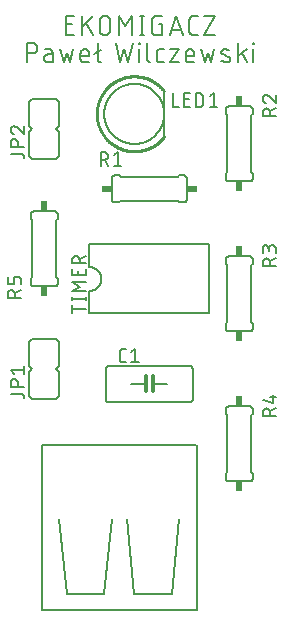
<source format=gbr>
G04 EAGLE Gerber RS-274X export*
G75*
%MOMM*%
%FSLAX34Y34*%
%LPD*%
%INSilkscreen Top*%
%IPPOS*%
%AMOC8*
5,1,8,0,0,1.08239X$1,22.5*%
G01*
%ADD10C,0.152400*%
%ADD11C,0.127000*%
%ADD12C,0.203200*%
%ADD13C,0.254000*%
%ADD14R,0.863600X0.609600*%
%ADD15R,0.609600X0.863600*%
%ADD16C,0.304800*%


D10*
X76187Y422402D02*
X68962Y422402D01*
X68962Y438658D01*
X76187Y438658D01*
X74381Y431433D02*
X68962Y431433D01*
X82691Y438658D02*
X82691Y422402D01*
X82691Y428724D02*
X91722Y438658D01*
X86303Y432336D02*
X91722Y422402D01*
X97590Y426918D02*
X97590Y434142D01*
X97589Y434142D02*
X97591Y434275D01*
X97597Y434407D01*
X97607Y434539D01*
X97620Y434671D01*
X97638Y434803D01*
X97659Y434933D01*
X97684Y435064D01*
X97713Y435193D01*
X97746Y435321D01*
X97782Y435449D01*
X97822Y435575D01*
X97866Y435700D01*
X97914Y435824D01*
X97965Y435946D01*
X98020Y436067D01*
X98078Y436186D01*
X98140Y436304D01*
X98205Y436419D01*
X98274Y436533D01*
X98345Y436644D01*
X98421Y436753D01*
X98499Y436860D01*
X98580Y436965D01*
X98665Y437067D01*
X98752Y437167D01*
X98842Y437264D01*
X98935Y437359D01*
X99031Y437450D01*
X99129Y437539D01*
X99230Y437625D01*
X99334Y437708D01*
X99440Y437788D01*
X99548Y437864D01*
X99658Y437938D01*
X99771Y438008D01*
X99885Y438075D01*
X100002Y438138D01*
X100120Y438198D01*
X100240Y438255D01*
X100362Y438308D01*
X100485Y438357D01*
X100609Y438403D01*
X100735Y438445D01*
X100862Y438483D01*
X100990Y438518D01*
X101119Y438549D01*
X101248Y438576D01*
X101379Y438599D01*
X101510Y438619D01*
X101642Y438634D01*
X101774Y438646D01*
X101906Y438654D01*
X102039Y438658D01*
X102171Y438658D01*
X102304Y438654D01*
X102436Y438646D01*
X102568Y438634D01*
X102700Y438619D01*
X102831Y438599D01*
X102962Y438576D01*
X103091Y438549D01*
X103220Y438518D01*
X103348Y438483D01*
X103475Y438445D01*
X103601Y438403D01*
X103725Y438357D01*
X103848Y438308D01*
X103970Y438255D01*
X104090Y438198D01*
X104208Y438138D01*
X104325Y438075D01*
X104439Y438008D01*
X104552Y437938D01*
X104662Y437864D01*
X104770Y437788D01*
X104876Y437708D01*
X104980Y437625D01*
X105081Y437539D01*
X105179Y437450D01*
X105275Y437359D01*
X105368Y437264D01*
X105458Y437167D01*
X105545Y437067D01*
X105630Y436965D01*
X105711Y436860D01*
X105789Y436753D01*
X105865Y436644D01*
X105936Y436533D01*
X106005Y436419D01*
X106070Y436304D01*
X106132Y436186D01*
X106190Y436067D01*
X106245Y435946D01*
X106296Y435824D01*
X106344Y435700D01*
X106388Y435575D01*
X106428Y435449D01*
X106464Y435321D01*
X106497Y435193D01*
X106526Y435064D01*
X106551Y434933D01*
X106572Y434803D01*
X106590Y434671D01*
X106603Y434539D01*
X106613Y434407D01*
X106619Y434275D01*
X106621Y434142D01*
X106621Y426918D01*
X106619Y426785D01*
X106613Y426653D01*
X106603Y426521D01*
X106590Y426389D01*
X106572Y426257D01*
X106551Y426127D01*
X106526Y425996D01*
X106497Y425867D01*
X106464Y425739D01*
X106428Y425611D01*
X106388Y425485D01*
X106344Y425360D01*
X106296Y425236D01*
X106245Y425114D01*
X106190Y424993D01*
X106132Y424874D01*
X106070Y424756D01*
X106005Y424641D01*
X105936Y424527D01*
X105865Y424416D01*
X105789Y424307D01*
X105711Y424200D01*
X105630Y424095D01*
X105545Y423993D01*
X105458Y423893D01*
X105368Y423796D01*
X105275Y423701D01*
X105179Y423610D01*
X105081Y423521D01*
X104980Y423435D01*
X104876Y423352D01*
X104770Y423272D01*
X104662Y423196D01*
X104552Y423122D01*
X104439Y423052D01*
X104325Y422985D01*
X104208Y422922D01*
X104090Y422862D01*
X103970Y422805D01*
X103848Y422752D01*
X103725Y422703D01*
X103601Y422657D01*
X103475Y422615D01*
X103348Y422577D01*
X103220Y422542D01*
X103091Y422511D01*
X102962Y422484D01*
X102831Y422461D01*
X102700Y422441D01*
X102568Y422426D01*
X102436Y422414D01*
X102304Y422406D01*
X102171Y422402D01*
X102039Y422402D01*
X101906Y422406D01*
X101774Y422414D01*
X101642Y422426D01*
X101510Y422441D01*
X101379Y422461D01*
X101248Y422484D01*
X101119Y422511D01*
X100990Y422542D01*
X100862Y422577D01*
X100735Y422615D01*
X100609Y422657D01*
X100485Y422703D01*
X100362Y422752D01*
X100240Y422805D01*
X100120Y422862D01*
X100002Y422922D01*
X99885Y422985D01*
X99771Y423052D01*
X99658Y423122D01*
X99548Y423196D01*
X99440Y423272D01*
X99334Y423352D01*
X99230Y423435D01*
X99129Y423521D01*
X99031Y423610D01*
X98935Y423701D01*
X98842Y423796D01*
X98752Y423893D01*
X98665Y423993D01*
X98580Y424095D01*
X98499Y424200D01*
X98421Y424307D01*
X98345Y424416D01*
X98274Y424527D01*
X98205Y424641D01*
X98140Y424756D01*
X98078Y424874D01*
X98020Y424993D01*
X97965Y425114D01*
X97914Y425236D01*
X97866Y425360D01*
X97822Y425485D01*
X97782Y425611D01*
X97746Y425739D01*
X97713Y425867D01*
X97684Y425996D01*
X97659Y426127D01*
X97638Y426257D01*
X97620Y426389D01*
X97607Y426521D01*
X97597Y426653D01*
X97591Y426785D01*
X97589Y426918D01*
X113881Y422402D02*
X113881Y438658D01*
X119300Y429627D01*
X124718Y438658D01*
X124718Y422402D01*
X133368Y422402D02*
X133368Y438658D01*
X131562Y422402D02*
X135174Y422402D01*
X135174Y438658D02*
X131562Y438658D01*
X148200Y431433D02*
X150909Y431433D01*
X150909Y422402D01*
X145491Y422402D01*
X145373Y422404D01*
X145255Y422410D01*
X145137Y422419D01*
X145020Y422433D01*
X144903Y422450D01*
X144786Y422471D01*
X144671Y422496D01*
X144556Y422525D01*
X144442Y422558D01*
X144330Y422594D01*
X144219Y422634D01*
X144109Y422677D01*
X144000Y422724D01*
X143893Y422774D01*
X143788Y422829D01*
X143685Y422886D01*
X143584Y422947D01*
X143484Y423011D01*
X143387Y423078D01*
X143292Y423148D01*
X143200Y423222D01*
X143109Y423298D01*
X143022Y423378D01*
X142937Y423460D01*
X142855Y423545D01*
X142775Y423632D01*
X142699Y423723D01*
X142625Y423815D01*
X142555Y423910D01*
X142488Y424007D01*
X142424Y424107D01*
X142363Y424208D01*
X142306Y424311D01*
X142251Y424416D01*
X142201Y424523D01*
X142154Y424632D01*
X142111Y424742D01*
X142071Y424853D01*
X142035Y424965D01*
X142002Y425079D01*
X141973Y425194D01*
X141948Y425309D01*
X141927Y425426D01*
X141910Y425543D01*
X141896Y425660D01*
X141887Y425778D01*
X141881Y425896D01*
X141879Y426014D01*
X141878Y426014D02*
X141878Y435046D01*
X141879Y435046D02*
X141881Y435164D01*
X141887Y435282D01*
X141896Y435400D01*
X141910Y435517D01*
X141927Y435634D01*
X141948Y435751D01*
X141973Y435866D01*
X142002Y435981D01*
X142035Y436095D01*
X142071Y436207D01*
X142111Y436318D01*
X142154Y436428D01*
X142201Y436537D01*
X142251Y436644D01*
X142305Y436749D01*
X142363Y436852D01*
X142424Y436953D01*
X142488Y437053D01*
X142555Y437150D01*
X142625Y437245D01*
X142699Y437337D01*
X142775Y437428D01*
X142855Y437515D01*
X142937Y437600D01*
X143022Y437682D01*
X143109Y437762D01*
X143200Y437838D01*
X143292Y437912D01*
X143387Y437982D01*
X143484Y438049D01*
X143584Y438113D01*
X143685Y438174D01*
X143788Y438231D01*
X143893Y438285D01*
X144000Y438336D01*
X144109Y438383D01*
X144219Y438426D01*
X144330Y438466D01*
X144442Y438502D01*
X144556Y438535D01*
X144671Y438564D01*
X144786Y438589D01*
X144903Y438610D01*
X145020Y438627D01*
X145137Y438641D01*
X145255Y438650D01*
X145373Y438656D01*
X145491Y438658D01*
X150909Y438658D01*
X162546Y438658D02*
X157127Y422402D01*
X167965Y422402D02*
X162546Y438658D01*
X166610Y426466D02*
X158482Y426466D01*
X177235Y422402D02*
X180847Y422402D01*
X177235Y422402D02*
X177117Y422404D01*
X176999Y422410D01*
X176881Y422419D01*
X176764Y422433D01*
X176647Y422450D01*
X176530Y422471D01*
X176415Y422496D01*
X176300Y422525D01*
X176186Y422558D01*
X176074Y422594D01*
X175963Y422634D01*
X175853Y422677D01*
X175744Y422724D01*
X175637Y422774D01*
X175532Y422829D01*
X175429Y422886D01*
X175328Y422947D01*
X175228Y423011D01*
X175131Y423078D01*
X175036Y423148D01*
X174944Y423222D01*
X174853Y423298D01*
X174766Y423378D01*
X174681Y423460D01*
X174599Y423545D01*
X174519Y423632D01*
X174443Y423723D01*
X174369Y423815D01*
X174299Y423910D01*
X174232Y424007D01*
X174168Y424107D01*
X174107Y424208D01*
X174050Y424311D01*
X173995Y424416D01*
X173945Y424523D01*
X173898Y424632D01*
X173855Y424742D01*
X173815Y424853D01*
X173779Y424965D01*
X173746Y425079D01*
X173717Y425194D01*
X173692Y425309D01*
X173671Y425426D01*
X173654Y425543D01*
X173640Y425660D01*
X173631Y425778D01*
X173625Y425896D01*
X173623Y426014D01*
X173622Y426014D02*
X173622Y435046D01*
X173623Y435046D02*
X173625Y435164D01*
X173631Y435282D01*
X173640Y435400D01*
X173654Y435517D01*
X173671Y435634D01*
X173692Y435751D01*
X173717Y435866D01*
X173746Y435981D01*
X173779Y436095D01*
X173815Y436207D01*
X173855Y436318D01*
X173898Y436428D01*
X173945Y436537D01*
X173995Y436644D01*
X174049Y436749D01*
X174107Y436852D01*
X174168Y436953D01*
X174232Y437053D01*
X174299Y437150D01*
X174369Y437245D01*
X174443Y437337D01*
X174519Y437428D01*
X174599Y437515D01*
X174681Y437600D01*
X174766Y437682D01*
X174853Y437762D01*
X174944Y437838D01*
X175036Y437912D01*
X175131Y437982D01*
X175228Y438049D01*
X175328Y438113D01*
X175429Y438174D01*
X175532Y438231D01*
X175637Y438285D01*
X175744Y438336D01*
X175853Y438383D01*
X175963Y438426D01*
X176074Y438466D01*
X176186Y438502D01*
X176300Y438535D01*
X176415Y438564D01*
X176530Y438589D01*
X176647Y438610D01*
X176764Y438627D01*
X176881Y438641D01*
X176999Y438650D01*
X177117Y438656D01*
X177235Y438658D01*
X180847Y438658D01*
X186167Y438658D02*
X195198Y438658D01*
X186167Y422402D01*
X195198Y422402D01*
X35915Y415798D02*
X35915Y399542D01*
X35915Y415798D02*
X40430Y415798D01*
X40563Y415796D01*
X40695Y415790D01*
X40827Y415780D01*
X40959Y415767D01*
X41091Y415749D01*
X41221Y415728D01*
X41352Y415703D01*
X41481Y415674D01*
X41609Y415641D01*
X41737Y415605D01*
X41863Y415565D01*
X41988Y415521D01*
X42112Y415473D01*
X42234Y415422D01*
X42355Y415367D01*
X42474Y415309D01*
X42592Y415247D01*
X42707Y415182D01*
X42821Y415113D01*
X42932Y415042D01*
X43041Y414966D01*
X43148Y414888D01*
X43253Y414807D01*
X43355Y414722D01*
X43455Y414635D01*
X43552Y414545D01*
X43647Y414452D01*
X43738Y414356D01*
X43827Y414258D01*
X43913Y414157D01*
X43996Y414053D01*
X44076Y413947D01*
X44152Y413839D01*
X44226Y413729D01*
X44296Y413616D01*
X44363Y413502D01*
X44426Y413385D01*
X44486Y413267D01*
X44543Y413147D01*
X44596Y413025D01*
X44645Y412902D01*
X44691Y412778D01*
X44733Y412652D01*
X44771Y412525D01*
X44806Y412397D01*
X44837Y412268D01*
X44864Y412139D01*
X44887Y412008D01*
X44907Y411877D01*
X44922Y411745D01*
X44934Y411613D01*
X44942Y411481D01*
X44946Y411348D01*
X44946Y411216D01*
X44942Y411083D01*
X44934Y410951D01*
X44922Y410819D01*
X44907Y410687D01*
X44887Y410556D01*
X44864Y410425D01*
X44837Y410296D01*
X44806Y410167D01*
X44771Y410039D01*
X44733Y409912D01*
X44691Y409786D01*
X44645Y409662D01*
X44596Y409539D01*
X44543Y409417D01*
X44486Y409297D01*
X44426Y409179D01*
X44363Y409062D01*
X44296Y408948D01*
X44226Y408835D01*
X44152Y408725D01*
X44076Y408617D01*
X43996Y408511D01*
X43913Y408407D01*
X43827Y408306D01*
X43738Y408208D01*
X43647Y408112D01*
X43552Y408019D01*
X43455Y407929D01*
X43355Y407842D01*
X43253Y407757D01*
X43148Y407676D01*
X43041Y407598D01*
X42932Y407522D01*
X42821Y407451D01*
X42707Y407382D01*
X42592Y407317D01*
X42474Y407255D01*
X42355Y407197D01*
X42234Y407142D01*
X42112Y407091D01*
X41988Y407043D01*
X41863Y406999D01*
X41737Y406959D01*
X41609Y406923D01*
X41481Y406890D01*
X41352Y406861D01*
X41221Y406836D01*
X41091Y406815D01*
X40959Y406797D01*
X40827Y406784D01*
X40695Y406774D01*
X40563Y406768D01*
X40430Y406766D01*
X40430Y406767D02*
X35915Y406767D01*
X53762Y405864D02*
X57826Y405864D01*
X53762Y405864D02*
X53650Y405862D01*
X53539Y405856D01*
X53428Y405846D01*
X53317Y405833D01*
X53207Y405815D01*
X53098Y405793D01*
X52989Y405768D01*
X52881Y405739D01*
X52775Y405706D01*
X52669Y405669D01*
X52565Y405629D01*
X52463Y405585D01*
X52362Y405537D01*
X52263Y405486D01*
X52165Y405431D01*
X52070Y405373D01*
X51977Y405312D01*
X51886Y405247D01*
X51797Y405179D01*
X51711Y405108D01*
X51628Y405035D01*
X51547Y404958D01*
X51468Y404878D01*
X51393Y404796D01*
X51321Y404711D01*
X51251Y404624D01*
X51185Y404534D01*
X51122Y404442D01*
X51062Y404347D01*
X51006Y404251D01*
X50953Y404153D01*
X50904Y404053D01*
X50858Y403951D01*
X50816Y403848D01*
X50777Y403743D01*
X50742Y403637D01*
X50711Y403530D01*
X50684Y403422D01*
X50660Y403313D01*
X50641Y403203D01*
X50625Y403093D01*
X50613Y402982D01*
X50605Y402870D01*
X50601Y402759D01*
X50601Y402647D01*
X50605Y402536D01*
X50613Y402424D01*
X50625Y402313D01*
X50641Y402203D01*
X50660Y402093D01*
X50684Y401984D01*
X50711Y401876D01*
X50742Y401769D01*
X50777Y401663D01*
X50816Y401558D01*
X50858Y401455D01*
X50904Y401353D01*
X50953Y401253D01*
X51006Y401155D01*
X51062Y401059D01*
X51122Y400964D01*
X51185Y400872D01*
X51251Y400782D01*
X51321Y400695D01*
X51393Y400610D01*
X51468Y400528D01*
X51547Y400448D01*
X51628Y400371D01*
X51711Y400298D01*
X51797Y400227D01*
X51886Y400159D01*
X51977Y400094D01*
X52070Y400033D01*
X52165Y399975D01*
X52263Y399920D01*
X52362Y399869D01*
X52463Y399821D01*
X52565Y399777D01*
X52669Y399737D01*
X52775Y399700D01*
X52881Y399667D01*
X52989Y399638D01*
X53098Y399613D01*
X53207Y399591D01*
X53317Y399573D01*
X53428Y399560D01*
X53539Y399550D01*
X53650Y399544D01*
X53762Y399542D01*
X57826Y399542D01*
X57826Y407670D01*
X57824Y407771D01*
X57818Y407872D01*
X57809Y407973D01*
X57796Y408074D01*
X57779Y408174D01*
X57758Y408273D01*
X57734Y408371D01*
X57706Y408468D01*
X57674Y408565D01*
X57639Y408660D01*
X57600Y408753D01*
X57558Y408845D01*
X57512Y408936D01*
X57463Y409025D01*
X57411Y409111D01*
X57355Y409196D01*
X57297Y409279D01*
X57235Y409359D01*
X57170Y409437D01*
X57103Y409513D01*
X57033Y409586D01*
X56960Y409656D01*
X56884Y409723D01*
X56806Y409788D01*
X56726Y409850D01*
X56643Y409908D01*
X56558Y409964D01*
X56472Y410016D01*
X56383Y410065D01*
X56292Y410111D01*
X56200Y410153D01*
X56107Y410192D01*
X56012Y410227D01*
X55915Y410259D01*
X55818Y410287D01*
X55720Y410311D01*
X55621Y410332D01*
X55521Y410349D01*
X55420Y410362D01*
X55319Y410371D01*
X55218Y410377D01*
X55117Y410379D01*
X51505Y410379D01*
X64500Y410379D02*
X67209Y399542D01*
X69919Y406767D01*
X72628Y399542D01*
X75337Y410379D01*
X84126Y399542D02*
X88641Y399542D01*
X84126Y399542D02*
X84025Y399544D01*
X83924Y399550D01*
X83823Y399559D01*
X83722Y399572D01*
X83622Y399589D01*
X83523Y399610D01*
X83425Y399634D01*
X83328Y399662D01*
X83231Y399694D01*
X83136Y399729D01*
X83043Y399768D01*
X82951Y399810D01*
X82860Y399856D01*
X82772Y399905D01*
X82685Y399957D01*
X82600Y400013D01*
X82517Y400071D01*
X82437Y400133D01*
X82359Y400198D01*
X82283Y400265D01*
X82210Y400335D01*
X82140Y400408D01*
X82073Y400484D01*
X82008Y400562D01*
X81946Y400642D01*
X81888Y400725D01*
X81832Y400810D01*
X81780Y400897D01*
X81731Y400985D01*
X81685Y401076D01*
X81643Y401168D01*
X81604Y401261D01*
X81569Y401356D01*
X81537Y401453D01*
X81509Y401550D01*
X81485Y401648D01*
X81464Y401747D01*
X81447Y401847D01*
X81434Y401948D01*
X81425Y402049D01*
X81419Y402150D01*
X81417Y402251D01*
X81416Y402251D02*
X81416Y406767D01*
X81417Y406767D02*
X81419Y406886D01*
X81425Y407006D01*
X81435Y407125D01*
X81449Y407243D01*
X81466Y407362D01*
X81488Y407479D01*
X81513Y407596D01*
X81543Y407711D01*
X81576Y407826D01*
X81613Y407940D01*
X81653Y408052D01*
X81698Y408163D01*
X81746Y408272D01*
X81797Y408380D01*
X81852Y408486D01*
X81911Y408590D01*
X81973Y408692D01*
X82038Y408792D01*
X82107Y408890D01*
X82179Y408986D01*
X82254Y409079D01*
X82331Y409169D01*
X82412Y409257D01*
X82496Y409342D01*
X82583Y409424D01*
X82672Y409504D01*
X82764Y409580D01*
X82858Y409654D01*
X82955Y409724D01*
X83053Y409791D01*
X83154Y409855D01*
X83258Y409915D01*
X83363Y409972D01*
X83470Y410025D01*
X83578Y410075D01*
X83688Y410121D01*
X83800Y410163D01*
X83913Y410202D01*
X84027Y410237D01*
X84142Y410268D01*
X84259Y410296D01*
X84376Y410319D01*
X84493Y410339D01*
X84612Y410355D01*
X84731Y410367D01*
X84850Y410375D01*
X84969Y410379D01*
X85089Y410379D01*
X85208Y410375D01*
X85327Y410367D01*
X85446Y410355D01*
X85565Y410339D01*
X85682Y410319D01*
X85799Y410296D01*
X85916Y410268D01*
X86031Y410237D01*
X86145Y410202D01*
X86258Y410163D01*
X86370Y410121D01*
X86480Y410075D01*
X86588Y410025D01*
X86695Y409972D01*
X86800Y409915D01*
X86904Y409855D01*
X87005Y409791D01*
X87103Y409724D01*
X87200Y409654D01*
X87294Y409580D01*
X87386Y409504D01*
X87475Y409424D01*
X87562Y409342D01*
X87646Y409257D01*
X87727Y409169D01*
X87804Y409079D01*
X87879Y408986D01*
X87951Y408890D01*
X88020Y408792D01*
X88085Y408692D01*
X88147Y408590D01*
X88206Y408486D01*
X88261Y408380D01*
X88312Y408272D01*
X88360Y408163D01*
X88405Y408052D01*
X88445Y407940D01*
X88482Y407826D01*
X88515Y407711D01*
X88545Y407596D01*
X88570Y407479D01*
X88592Y407362D01*
X88609Y407243D01*
X88623Y407125D01*
X88633Y407006D01*
X88639Y406886D01*
X88641Y406767D01*
X88641Y404961D01*
X81416Y404961D01*
X93261Y405864D02*
X98680Y409476D01*
X95971Y415798D02*
X95971Y402251D01*
X95973Y402150D01*
X95979Y402049D01*
X95988Y401948D01*
X96001Y401847D01*
X96018Y401747D01*
X96039Y401648D01*
X96063Y401550D01*
X96091Y401453D01*
X96123Y401356D01*
X96158Y401261D01*
X96197Y401168D01*
X96239Y401076D01*
X96285Y400985D01*
X96334Y400896D01*
X96386Y400810D01*
X96442Y400725D01*
X96500Y400642D01*
X96562Y400562D01*
X96627Y400484D01*
X96694Y400408D01*
X96764Y400335D01*
X96837Y400265D01*
X96913Y400198D01*
X96991Y400133D01*
X97071Y400071D01*
X97154Y400013D01*
X97239Y399957D01*
X97326Y399905D01*
X97414Y399856D01*
X97505Y399810D01*
X97597Y399768D01*
X97690Y399729D01*
X97785Y399694D01*
X97882Y399662D01*
X97979Y399634D01*
X98077Y399610D01*
X98176Y399589D01*
X98276Y399572D01*
X98377Y399559D01*
X98478Y399550D01*
X98579Y399544D01*
X98680Y399542D01*
X114763Y399542D02*
X111150Y415798D01*
X118375Y410379D02*
X114763Y399542D01*
X121988Y399542D02*
X118375Y410379D01*
X125600Y415798D02*
X121988Y399542D01*
X131401Y399542D02*
X131401Y410379D01*
X130950Y414895D02*
X130950Y415798D01*
X131853Y415798D01*
X131853Y414895D01*
X130950Y414895D01*
X137926Y415798D02*
X137926Y402251D01*
X137928Y402150D01*
X137934Y402049D01*
X137943Y401948D01*
X137956Y401847D01*
X137973Y401747D01*
X137994Y401648D01*
X138018Y401550D01*
X138046Y401453D01*
X138078Y401356D01*
X138113Y401261D01*
X138152Y401168D01*
X138194Y401076D01*
X138240Y400985D01*
X138289Y400897D01*
X138341Y400810D01*
X138397Y400725D01*
X138455Y400642D01*
X138517Y400562D01*
X138582Y400484D01*
X138649Y400408D01*
X138719Y400335D01*
X138792Y400265D01*
X138868Y400198D01*
X138946Y400133D01*
X139026Y400071D01*
X139109Y400013D01*
X139194Y399957D01*
X139281Y399905D01*
X139369Y399856D01*
X139460Y399810D01*
X139552Y399768D01*
X139645Y399729D01*
X139740Y399694D01*
X139837Y399662D01*
X139934Y399634D01*
X140032Y399610D01*
X140131Y399589D01*
X140231Y399572D01*
X140332Y399559D01*
X140433Y399550D01*
X140534Y399544D01*
X140635Y399542D01*
X148752Y399542D02*
X152365Y399542D01*
X148752Y399542D02*
X148651Y399544D01*
X148550Y399550D01*
X148449Y399559D01*
X148348Y399572D01*
X148248Y399589D01*
X148149Y399610D01*
X148051Y399634D01*
X147954Y399662D01*
X147857Y399694D01*
X147762Y399729D01*
X147669Y399768D01*
X147577Y399810D01*
X147486Y399856D01*
X147398Y399905D01*
X147311Y399957D01*
X147226Y400013D01*
X147143Y400071D01*
X147063Y400133D01*
X146985Y400198D01*
X146909Y400265D01*
X146836Y400335D01*
X146766Y400408D01*
X146699Y400484D01*
X146634Y400562D01*
X146572Y400642D01*
X146514Y400725D01*
X146458Y400810D01*
X146406Y400897D01*
X146357Y400985D01*
X146311Y401076D01*
X146269Y401168D01*
X146230Y401261D01*
X146195Y401356D01*
X146163Y401453D01*
X146135Y401550D01*
X146111Y401648D01*
X146090Y401747D01*
X146073Y401847D01*
X146060Y401948D01*
X146051Y402049D01*
X146045Y402150D01*
X146043Y402251D01*
X146043Y407670D01*
X146045Y407771D01*
X146051Y407872D01*
X146060Y407973D01*
X146073Y408074D01*
X146090Y408174D01*
X146111Y408273D01*
X146135Y408371D01*
X146163Y408468D01*
X146195Y408565D01*
X146230Y408660D01*
X146269Y408753D01*
X146311Y408845D01*
X146357Y408936D01*
X146406Y409025D01*
X146458Y409111D01*
X146514Y409196D01*
X146572Y409279D01*
X146634Y409359D01*
X146699Y409437D01*
X146766Y409513D01*
X146836Y409586D01*
X146909Y409656D01*
X146985Y409723D01*
X147063Y409788D01*
X147143Y409850D01*
X147226Y409908D01*
X147311Y409964D01*
X147398Y410016D01*
X147486Y410065D01*
X147577Y410111D01*
X147669Y410153D01*
X147762Y410192D01*
X147857Y410227D01*
X147954Y410259D01*
X148051Y410287D01*
X148149Y410311D01*
X148248Y410332D01*
X148348Y410349D01*
X148449Y410362D01*
X148550Y410371D01*
X148651Y410377D01*
X148752Y410379D01*
X152365Y410379D01*
X157488Y410379D02*
X164713Y410379D01*
X157488Y399542D01*
X164713Y399542D01*
X173224Y399542D02*
X177739Y399542D01*
X173224Y399542D02*
X173123Y399544D01*
X173022Y399550D01*
X172921Y399559D01*
X172820Y399572D01*
X172720Y399589D01*
X172621Y399610D01*
X172523Y399634D01*
X172426Y399662D01*
X172329Y399694D01*
X172234Y399729D01*
X172141Y399768D01*
X172049Y399810D01*
X171958Y399856D01*
X171870Y399905D01*
X171783Y399957D01*
X171698Y400013D01*
X171615Y400071D01*
X171535Y400133D01*
X171457Y400198D01*
X171381Y400265D01*
X171308Y400335D01*
X171238Y400408D01*
X171171Y400484D01*
X171106Y400562D01*
X171044Y400642D01*
X170986Y400725D01*
X170930Y400810D01*
X170878Y400897D01*
X170829Y400985D01*
X170783Y401076D01*
X170741Y401168D01*
X170702Y401261D01*
X170667Y401356D01*
X170635Y401453D01*
X170607Y401550D01*
X170583Y401648D01*
X170562Y401747D01*
X170545Y401847D01*
X170532Y401948D01*
X170523Y402049D01*
X170517Y402150D01*
X170515Y402251D01*
X170514Y402251D02*
X170514Y406767D01*
X170515Y406767D02*
X170517Y406886D01*
X170523Y407006D01*
X170533Y407125D01*
X170547Y407243D01*
X170564Y407362D01*
X170586Y407479D01*
X170611Y407596D01*
X170641Y407711D01*
X170674Y407826D01*
X170711Y407940D01*
X170751Y408052D01*
X170796Y408163D01*
X170844Y408272D01*
X170895Y408380D01*
X170950Y408486D01*
X171009Y408590D01*
X171071Y408692D01*
X171136Y408792D01*
X171205Y408890D01*
X171277Y408986D01*
X171352Y409079D01*
X171429Y409169D01*
X171510Y409257D01*
X171594Y409342D01*
X171681Y409424D01*
X171770Y409504D01*
X171862Y409580D01*
X171956Y409654D01*
X172053Y409724D01*
X172151Y409791D01*
X172252Y409855D01*
X172356Y409915D01*
X172461Y409972D01*
X172568Y410025D01*
X172676Y410075D01*
X172786Y410121D01*
X172898Y410163D01*
X173011Y410202D01*
X173125Y410237D01*
X173240Y410268D01*
X173357Y410296D01*
X173474Y410319D01*
X173591Y410339D01*
X173710Y410355D01*
X173829Y410367D01*
X173948Y410375D01*
X174067Y410379D01*
X174187Y410379D01*
X174306Y410375D01*
X174425Y410367D01*
X174544Y410355D01*
X174663Y410339D01*
X174780Y410319D01*
X174897Y410296D01*
X175014Y410268D01*
X175129Y410237D01*
X175243Y410202D01*
X175356Y410163D01*
X175468Y410121D01*
X175578Y410075D01*
X175686Y410025D01*
X175793Y409972D01*
X175898Y409915D01*
X176002Y409855D01*
X176103Y409791D01*
X176201Y409724D01*
X176298Y409654D01*
X176392Y409580D01*
X176484Y409504D01*
X176573Y409424D01*
X176660Y409342D01*
X176744Y409257D01*
X176825Y409169D01*
X176902Y409079D01*
X176977Y408986D01*
X177049Y408890D01*
X177118Y408792D01*
X177183Y408692D01*
X177245Y408590D01*
X177304Y408486D01*
X177359Y408380D01*
X177410Y408272D01*
X177458Y408163D01*
X177503Y408052D01*
X177543Y407940D01*
X177580Y407826D01*
X177613Y407711D01*
X177643Y407596D01*
X177668Y407479D01*
X177690Y407362D01*
X177707Y407243D01*
X177721Y407125D01*
X177731Y407006D01*
X177737Y406886D01*
X177739Y406767D01*
X177739Y404961D01*
X170514Y404961D01*
X183818Y410379D02*
X186528Y399542D01*
X189237Y406767D01*
X191946Y399542D01*
X194656Y410379D01*
X202089Y405864D02*
X206605Y404058D01*
X202089Y405864D02*
X202001Y405901D01*
X201915Y405942D01*
X201830Y405986D01*
X201747Y406034D01*
X201667Y406085D01*
X201588Y406139D01*
X201512Y406197D01*
X201438Y406257D01*
X201366Y406321D01*
X201298Y406387D01*
X201232Y406457D01*
X201169Y406528D01*
X201108Y406603D01*
X201051Y406679D01*
X200998Y406758D01*
X200947Y406839D01*
X200900Y406922D01*
X200856Y407007D01*
X200816Y407094D01*
X200779Y407182D01*
X200746Y407272D01*
X200716Y407363D01*
X200691Y407455D01*
X200669Y407548D01*
X200651Y407642D01*
X200636Y407736D01*
X200626Y407831D01*
X200620Y407927D01*
X200617Y408022D01*
X200618Y408118D01*
X200624Y408213D01*
X200633Y408309D01*
X200646Y408403D01*
X200662Y408497D01*
X200683Y408591D01*
X200708Y408683D01*
X200736Y408774D01*
X200768Y408864D01*
X200803Y408953D01*
X200842Y409040D01*
X200885Y409126D01*
X200931Y409210D01*
X200981Y409291D01*
X201033Y409371D01*
X201089Y409449D01*
X201149Y409524D01*
X201211Y409596D01*
X201276Y409666D01*
X201344Y409734D01*
X201414Y409798D01*
X201487Y409860D01*
X201563Y409918D01*
X201641Y409974D01*
X201721Y410026D01*
X201803Y410075D01*
X201887Y410120D01*
X201973Y410162D01*
X202060Y410201D01*
X202149Y410236D01*
X202240Y410267D01*
X202331Y410294D01*
X202424Y410318D01*
X202517Y410338D01*
X202611Y410354D01*
X202706Y410366D01*
X202801Y410375D01*
X202897Y410379D01*
X202992Y410380D01*
X203239Y410373D01*
X203485Y410361D01*
X203731Y410343D01*
X203977Y410318D01*
X204221Y410288D01*
X204465Y410252D01*
X204708Y410211D01*
X204950Y410163D01*
X205191Y410109D01*
X205430Y410050D01*
X205668Y409985D01*
X205904Y409914D01*
X206139Y409838D01*
X206372Y409756D01*
X206602Y409668D01*
X206830Y409575D01*
X207057Y409477D01*
X206605Y404057D02*
X206693Y404020D01*
X206779Y403979D01*
X206864Y403935D01*
X206947Y403887D01*
X207027Y403836D01*
X207106Y403782D01*
X207182Y403724D01*
X207256Y403664D01*
X207328Y403600D01*
X207396Y403534D01*
X207462Y403464D01*
X207525Y403393D01*
X207586Y403318D01*
X207643Y403242D01*
X207696Y403163D01*
X207747Y403082D01*
X207794Y402999D01*
X207838Y402914D01*
X207878Y402827D01*
X207915Y402739D01*
X207948Y402649D01*
X207978Y402558D01*
X208003Y402466D01*
X208025Y402373D01*
X208043Y402279D01*
X208058Y402185D01*
X208068Y402090D01*
X208074Y401994D01*
X208077Y401899D01*
X208076Y401803D01*
X208070Y401708D01*
X208061Y401612D01*
X208048Y401518D01*
X208032Y401424D01*
X208011Y401330D01*
X207986Y401238D01*
X207958Y401147D01*
X207926Y401057D01*
X207891Y400968D01*
X207852Y400881D01*
X207809Y400795D01*
X207763Y400711D01*
X207713Y400630D01*
X207661Y400550D01*
X207605Y400472D01*
X207545Y400397D01*
X207483Y400325D01*
X207418Y400255D01*
X207350Y400187D01*
X207280Y400123D01*
X207207Y400061D01*
X207131Y400003D01*
X207053Y399947D01*
X206973Y399895D01*
X206891Y399846D01*
X206807Y399801D01*
X206721Y399759D01*
X206634Y399720D01*
X206545Y399685D01*
X206454Y399654D01*
X206363Y399627D01*
X206270Y399603D01*
X206177Y399583D01*
X206083Y399567D01*
X205988Y399555D01*
X205893Y399546D01*
X205797Y399542D01*
X205702Y399541D01*
X205701Y399542D02*
X205339Y399551D01*
X204977Y399569D01*
X204616Y399596D01*
X204256Y399631D01*
X203896Y399674D01*
X203537Y399726D01*
X203180Y399787D01*
X202825Y399856D01*
X202471Y399933D01*
X202119Y400019D01*
X201769Y400113D01*
X201421Y400216D01*
X201076Y400326D01*
X200734Y400445D01*
X214971Y399542D02*
X214971Y415798D01*
X222196Y410379D02*
X214971Y404961D01*
X218132Y407218D02*
X222196Y399542D01*
X227794Y399542D02*
X227794Y410379D01*
X227342Y414895D02*
X227342Y415798D01*
X228245Y415798D01*
X228245Y414895D01*
X227342Y414895D01*
X40640Y342900D02*
X38100Y345440D01*
X40640Y342900D02*
X38100Y340360D01*
X60960Y342900D02*
X63500Y345440D01*
X60960Y342900D02*
X63500Y340360D01*
X63500Y320040D01*
X60960Y317500D01*
X63500Y365760D02*
X60960Y368300D01*
X63500Y365760D02*
X63500Y345440D01*
X60960Y368300D02*
X40640Y368300D01*
X38100Y365760D01*
X38100Y345440D01*
X38100Y340360D02*
X38100Y320040D01*
X40640Y317500D01*
X60960Y317500D01*
D11*
X31115Y321945D02*
X22225Y321945D01*
X31115Y321945D02*
X31215Y321943D01*
X31314Y321937D01*
X31414Y321927D01*
X31512Y321914D01*
X31611Y321896D01*
X31708Y321875D01*
X31804Y321850D01*
X31900Y321821D01*
X31994Y321788D01*
X32087Y321752D01*
X32178Y321712D01*
X32268Y321668D01*
X32356Y321621D01*
X32442Y321571D01*
X32526Y321517D01*
X32608Y321460D01*
X32687Y321400D01*
X32765Y321336D01*
X32839Y321270D01*
X32911Y321201D01*
X32980Y321129D01*
X33046Y321055D01*
X33110Y320977D01*
X33170Y320898D01*
X33227Y320816D01*
X33281Y320732D01*
X33331Y320646D01*
X33378Y320558D01*
X33422Y320468D01*
X33462Y320377D01*
X33498Y320284D01*
X33531Y320190D01*
X33560Y320094D01*
X33585Y319998D01*
X33606Y319901D01*
X33624Y319802D01*
X33637Y319704D01*
X33647Y319604D01*
X33653Y319505D01*
X33655Y319405D01*
X33655Y318135D01*
X33655Y327925D02*
X22225Y327925D01*
X22225Y331100D01*
X22227Y331211D01*
X22233Y331321D01*
X22242Y331432D01*
X22256Y331542D01*
X22273Y331651D01*
X22294Y331760D01*
X22319Y331868D01*
X22348Y331975D01*
X22380Y332081D01*
X22416Y332186D01*
X22456Y332289D01*
X22499Y332391D01*
X22546Y332492D01*
X22597Y332591D01*
X22650Y332688D01*
X22707Y332782D01*
X22768Y332875D01*
X22831Y332966D01*
X22898Y333055D01*
X22968Y333141D01*
X23041Y333224D01*
X23116Y333306D01*
X23194Y333384D01*
X23276Y333459D01*
X23359Y333532D01*
X23445Y333602D01*
X23534Y333669D01*
X23625Y333732D01*
X23718Y333793D01*
X23812Y333850D01*
X23909Y333903D01*
X24008Y333954D01*
X24109Y334001D01*
X24211Y334044D01*
X24314Y334084D01*
X24419Y334120D01*
X24525Y334152D01*
X24632Y334181D01*
X24740Y334206D01*
X24849Y334227D01*
X24958Y334244D01*
X25068Y334258D01*
X25179Y334267D01*
X25289Y334273D01*
X25400Y334275D01*
X25511Y334273D01*
X25621Y334267D01*
X25732Y334258D01*
X25842Y334244D01*
X25951Y334227D01*
X26060Y334206D01*
X26168Y334181D01*
X26275Y334152D01*
X26381Y334120D01*
X26486Y334084D01*
X26589Y334044D01*
X26691Y334001D01*
X26792Y333954D01*
X26891Y333903D01*
X26988Y333850D01*
X27082Y333793D01*
X27175Y333732D01*
X27266Y333669D01*
X27355Y333602D01*
X27441Y333532D01*
X27524Y333459D01*
X27606Y333384D01*
X27684Y333306D01*
X27759Y333224D01*
X27832Y333141D01*
X27902Y333055D01*
X27969Y332966D01*
X28032Y332875D01*
X28093Y332782D01*
X28150Y332688D01*
X28203Y332591D01*
X28254Y332492D01*
X28301Y332391D01*
X28344Y332289D01*
X28384Y332186D01*
X28420Y332081D01*
X28452Y331975D01*
X28481Y331868D01*
X28506Y331760D01*
X28527Y331651D01*
X28544Y331542D01*
X28558Y331432D01*
X28567Y331321D01*
X28573Y331211D01*
X28575Y331100D01*
X28575Y327925D01*
X22225Y342276D02*
X22227Y342380D01*
X22233Y342485D01*
X22242Y342589D01*
X22255Y342692D01*
X22273Y342795D01*
X22293Y342897D01*
X22318Y342999D01*
X22346Y343099D01*
X22378Y343199D01*
X22414Y343297D01*
X22453Y343394D01*
X22495Y343489D01*
X22541Y343583D01*
X22591Y343675D01*
X22643Y343765D01*
X22699Y343853D01*
X22759Y343939D01*
X22821Y344023D01*
X22886Y344104D01*
X22954Y344183D01*
X23026Y344260D01*
X23099Y344333D01*
X23176Y344405D01*
X23255Y344473D01*
X23336Y344538D01*
X23420Y344600D01*
X23506Y344660D01*
X23594Y344716D01*
X23684Y344768D01*
X23776Y344818D01*
X23870Y344864D01*
X23965Y344906D01*
X24062Y344945D01*
X24160Y344981D01*
X24260Y345013D01*
X24360Y345041D01*
X24462Y345066D01*
X24564Y345086D01*
X24667Y345104D01*
X24770Y345117D01*
X24874Y345126D01*
X24979Y345132D01*
X25083Y345134D01*
X22225Y342276D02*
X22227Y342158D01*
X22233Y342039D01*
X22242Y341921D01*
X22255Y341804D01*
X22273Y341687D01*
X22293Y341570D01*
X22318Y341454D01*
X22346Y341339D01*
X22379Y341226D01*
X22414Y341113D01*
X22454Y341001D01*
X22496Y340891D01*
X22543Y340782D01*
X22593Y340674D01*
X22646Y340569D01*
X22703Y340465D01*
X22763Y340363D01*
X22826Y340263D01*
X22893Y340165D01*
X22962Y340069D01*
X23035Y339976D01*
X23111Y339885D01*
X23189Y339796D01*
X23271Y339710D01*
X23355Y339627D01*
X23441Y339546D01*
X23531Y339469D01*
X23622Y339394D01*
X23716Y339322D01*
X23813Y339253D01*
X23911Y339188D01*
X24012Y339125D01*
X24115Y339066D01*
X24219Y339010D01*
X24325Y338958D01*
X24433Y338909D01*
X24542Y338864D01*
X24653Y338822D01*
X24765Y338784D01*
X27305Y344182D02*
X27230Y344258D01*
X27151Y344333D01*
X27070Y344404D01*
X26986Y344473D01*
X26900Y344538D01*
X26812Y344600D01*
X26722Y344660D01*
X26630Y344716D01*
X26535Y344769D01*
X26439Y344818D01*
X26341Y344864D01*
X26242Y344907D01*
X26141Y344946D01*
X26039Y344981D01*
X25936Y345013D01*
X25832Y345041D01*
X25727Y345066D01*
X25620Y345087D01*
X25514Y345104D01*
X25407Y345117D01*
X25299Y345126D01*
X25191Y345132D01*
X25083Y345134D01*
X27305Y344181D02*
X33655Y338784D01*
X33655Y345134D01*
D10*
X38100Y142240D02*
X40640Y139700D01*
X38100Y137160D01*
X60960Y139700D02*
X63500Y142240D01*
X60960Y139700D02*
X63500Y137160D01*
X63500Y116840D01*
X60960Y114300D01*
X63500Y162560D02*
X60960Y165100D01*
X63500Y162560D02*
X63500Y142240D01*
X60960Y165100D02*
X40640Y165100D01*
X38100Y162560D01*
X38100Y142240D01*
X38100Y137160D02*
X38100Y116840D01*
X40640Y114300D01*
X60960Y114300D01*
D11*
X31115Y118745D02*
X22225Y118745D01*
X31115Y118745D02*
X31215Y118743D01*
X31314Y118737D01*
X31414Y118727D01*
X31512Y118714D01*
X31611Y118696D01*
X31708Y118675D01*
X31804Y118650D01*
X31900Y118621D01*
X31994Y118588D01*
X32087Y118552D01*
X32178Y118512D01*
X32268Y118468D01*
X32356Y118421D01*
X32442Y118371D01*
X32526Y118317D01*
X32608Y118260D01*
X32687Y118200D01*
X32765Y118136D01*
X32839Y118070D01*
X32911Y118001D01*
X32980Y117929D01*
X33046Y117855D01*
X33110Y117777D01*
X33170Y117698D01*
X33227Y117616D01*
X33281Y117532D01*
X33331Y117446D01*
X33378Y117358D01*
X33422Y117268D01*
X33462Y117177D01*
X33498Y117084D01*
X33531Y116990D01*
X33560Y116894D01*
X33585Y116798D01*
X33606Y116701D01*
X33624Y116602D01*
X33637Y116504D01*
X33647Y116404D01*
X33653Y116305D01*
X33655Y116205D01*
X33655Y114935D01*
X33655Y124725D02*
X22225Y124725D01*
X22225Y127900D01*
X22227Y128011D01*
X22233Y128121D01*
X22242Y128232D01*
X22256Y128342D01*
X22273Y128451D01*
X22294Y128560D01*
X22319Y128668D01*
X22348Y128775D01*
X22380Y128881D01*
X22416Y128986D01*
X22456Y129089D01*
X22499Y129191D01*
X22546Y129292D01*
X22597Y129391D01*
X22650Y129487D01*
X22707Y129582D01*
X22768Y129675D01*
X22831Y129766D01*
X22898Y129855D01*
X22968Y129941D01*
X23041Y130024D01*
X23116Y130106D01*
X23194Y130184D01*
X23276Y130259D01*
X23359Y130332D01*
X23445Y130402D01*
X23534Y130469D01*
X23625Y130532D01*
X23718Y130593D01*
X23812Y130650D01*
X23909Y130703D01*
X24008Y130754D01*
X24109Y130801D01*
X24211Y130844D01*
X24314Y130884D01*
X24419Y130920D01*
X24525Y130952D01*
X24632Y130981D01*
X24740Y131006D01*
X24849Y131027D01*
X24958Y131044D01*
X25068Y131058D01*
X25179Y131067D01*
X25289Y131073D01*
X25400Y131075D01*
X25511Y131073D01*
X25621Y131067D01*
X25732Y131058D01*
X25842Y131044D01*
X25951Y131027D01*
X26060Y131006D01*
X26168Y130981D01*
X26275Y130952D01*
X26381Y130920D01*
X26486Y130884D01*
X26589Y130844D01*
X26691Y130801D01*
X26792Y130754D01*
X26891Y130703D01*
X26988Y130650D01*
X27082Y130593D01*
X27175Y130532D01*
X27266Y130469D01*
X27355Y130402D01*
X27441Y130332D01*
X27524Y130259D01*
X27606Y130184D01*
X27684Y130106D01*
X27759Y130024D01*
X27832Y129941D01*
X27902Y129855D01*
X27969Y129766D01*
X28032Y129675D01*
X28093Y129582D01*
X28150Y129488D01*
X28203Y129391D01*
X28254Y129292D01*
X28301Y129191D01*
X28344Y129089D01*
X28384Y128986D01*
X28420Y128881D01*
X28452Y128775D01*
X28481Y128668D01*
X28506Y128560D01*
X28527Y128451D01*
X28544Y128342D01*
X28558Y128232D01*
X28567Y128121D01*
X28573Y128011D01*
X28575Y127900D01*
X28575Y124725D01*
X24765Y135584D02*
X22225Y138759D01*
X33655Y138759D01*
X33655Y135584D02*
X33655Y141934D01*
D12*
X152400Y336550D02*
X152400Y374650D01*
D13*
X151926Y375266D01*
X151437Y375871D01*
X150933Y376463D01*
X150415Y377043D01*
X149883Y377610D01*
X149337Y378164D01*
X148778Y378704D01*
X148205Y379230D01*
X147620Y379743D01*
X147023Y380240D01*
X146414Y380723D01*
X145793Y381191D01*
X145160Y381644D01*
X144517Y382081D01*
X143863Y382502D01*
X143199Y382906D01*
X142526Y383295D01*
X141843Y383667D01*
X141151Y384022D01*
X140451Y384360D01*
X139743Y384681D01*
X139027Y384984D01*
X138303Y385270D01*
X137574Y385538D01*
X136837Y385788D01*
X136095Y386019D01*
X135347Y386233D01*
X134595Y386428D01*
X133837Y386605D01*
X133076Y386763D01*
X132311Y386903D01*
X131543Y387023D01*
X130772Y387125D01*
X129999Y387208D01*
X129224Y387272D01*
X128448Y387317D01*
X127671Y387343D01*
X126893Y387350D01*
X126116Y387338D01*
X125339Y387307D01*
X124563Y387256D01*
X123788Y387187D01*
X123016Y387099D01*
X122246Y386992D01*
X121478Y386866D01*
X120714Y386722D01*
X119954Y386558D01*
X119198Y386376D01*
X118447Y386176D01*
X117700Y385958D01*
X116960Y385721D01*
X116225Y385466D01*
X115497Y385193D01*
X114776Y384902D01*
X114062Y384594D01*
X113356Y384269D01*
X112658Y383926D01*
X111968Y383566D01*
X111288Y383190D01*
X110617Y382797D01*
X109956Y382387D01*
X109305Y381962D01*
X108665Y381521D01*
X108036Y381064D01*
X107418Y380592D01*
X106812Y380105D01*
X106218Y379603D01*
X105636Y379087D01*
X105067Y378557D01*
X104512Y378013D01*
X103969Y377455D01*
X103441Y376885D01*
X102927Y376302D01*
X102427Y375706D01*
X101942Y375098D01*
X101472Y374479D01*
X101018Y373848D01*
X100579Y373206D01*
X100155Y372554D01*
X99748Y371891D01*
X99357Y371219D01*
X98983Y370537D01*
X98626Y369847D01*
X98286Y369148D01*
X97962Y368440D01*
X97657Y367726D01*
X97368Y367003D01*
X97098Y366274D01*
X96846Y365539D01*
X96611Y364797D01*
X96395Y364050D01*
X96197Y363298D01*
X96018Y362542D01*
X95857Y361781D01*
X95715Y361017D01*
X95592Y360249D01*
X95488Y359478D01*
X95402Y358705D01*
X95336Y357931D01*
X95288Y357155D01*
X95260Y356378D01*
X95250Y355600D01*
X95260Y354822D01*
X95288Y354045D01*
X95336Y353269D01*
X95402Y352495D01*
X95488Y351722D01*
X95592Y350951D01*
X95715Y350183D01*
X95857Y349419D01*
X96018Y348658D01*
X96197Y347902D01*
X96395Y347150D01*
X96611Y346403D01*
X96846Y345661D01*
X97098Y344926D01*
X97368Y344197D01*
X97657Y343474D01*
X97962Y342760D01*
X98286Y342052D01*
X98626Y341353D01*
X98983Y340663D01*
X99357Y339981D01*
X99748Y339309D01*
X100155Y338646D01*
X100579Y337994D01*
X101018Y337352D01*
X101472Y336721D01*
X101942Y336102D01*
X102427Y335494D01*
X102927Y334898D01*
X103441Y334315D01*
X103969Y333745D01*
X104512Y333187D01*
X105067Y332643D01*
X105636Y332113D01*
X106218Y331597D01*
X106812Y331095D01*
X107418Y330608D01*
X108036Y330136D01*
X108665Y329679D01*
X109305Y329238D01*
X109956Y328813D01*
X110617Y328403D01*
X111288Y328010D01*
X111968Y327634D01*
X112658Y327274D01*
X113356Y326931D01*
X114062Y326606D01*
X114776Y326298D01*
X115497Y326007D01*
X116225Y325734D01*
X116960Y325479D01*
X117700Y325242D01*
X118447Y325024D01*
X119198Y324824D01*
X119954Y324642D01*
X120714Y324478D01*
X121478Y324334D01*
X122246Y324208D01*
X123016Y324101D01*
X123788Y324013D01*
X124563Y323944D01*
X125339Y323893D01*
X126116Y323862D01*
X126893Y323850D01*
X127671Y323857D01*
X128448Y323883D01*
X129224Y323928D01*
X129999Y323992D01*
X130772Y324075D01*
X131543Y324177D01*
X132311Y324297D01*
X133076Y324437D01*
X133837Y324595D01*
X134595Y324772D01*
X135347Y324967D01*
X136095Y325181D01*
X136837Y325412D01*
X137574Y325662D01*
X138303Y325930D01*
X139027Y326216D01*
X139743Y326519D01*
X140451Y326840D01*
X141151Y327178D01*
X141843Y327533D01*
X142526Y327905D01*
X143199Y328294D01*
X143863Y328698D01*
X144517Y329119D01*
X145160Y329556D01*
X145793Y330009D01*
X146414Y330477D01*
X147023Y330960D01*
X147620Y331457D01*
X148205Y331970D01*
X148778Y332496D01*
X149337Y333036D01*
X149883Y333590D01*
X150415Y334157D01*
X150933Y334737D01*
X151437Y335329D01*
X151926Y335934D01*
X152400Y336550D01*
D10*
X101600Y355600D02*
X101608Y356223D01*
X101631Y356846D01*
X101669Y357469D01*
X101722Y358090D01*
X101791Y358709D01*
X101875Y359327D01*
X101974Y359942D01*
X102088Y360555D01*
X102217Y361165D01*
X102361Y361772D01*
X102520Y362375D01*
X102694Y362973D01*
X102882Y363568D01*
X103085Y364157D01*
X103302Y364741D01*
X103533Y365320D01*
X103779Y365893D01*
X104039Y366460D01*
X104312Y367020D01*
X104599Y367573D01*
X104900Y368120D01*
X105214Y368658D01*
X105541Y369189D01*
X105881Y369711D01*
X106233Y370226D01*
X106599Y370731D01*
X106976Y371227D01*
X107366Y371714D01*
X107767Y372191D01*
X108180Y372658D01*
X108604Y373114D01*
X109039Y373561D01*
X109486Y373996D01*
X109942Y374420D01*
X110409Y374833D01*
X110886Y375234D01*
X111373Y375624D01*
X111869Y376001D01*
X112374Y376367D01*
X112889Y376719D01*
X113411Y377059D01*
X113942Y377386D01*
X114480Y377700D01*
X115027Y378001D01*
X115580Y378288D01*
X116140Y378561D01*
X116707Y378821D01*
X117280Y379067D01*
X117859Y379298D01*
X118443Y379515D01*
X119032Y379718D01*
X119627Y379906D01*
X120225Y380080D01*
X120828Y380239D01*
X121435Y380383D01*
X122045Y380512D01*
X122658Y380626D01*
X123273Y380725D01*
X123891Y380809D01*
X124510Y380878D01*
X125131Y380931D01*
X125754Y380969D01*
X126377Y380992D01*
X127000Y381000D01*
X127623Y380992D01*
X128246Y380969D01*
X128869Y380931D01*
X129490Y380878D01*
X130109Y380809D01*
X130727Y380725D01*
X131342Y380626D01*
X131955Y380512D01*
X132565Y380383D01*
X133172Y380239D01*
X133775Y380080D01*
X134373Y379906D01*
X134968Y379718D01*
X135557Y379515D01*
X136141Y379298D01*
X136720Y379067D01*
X137293Y378821D01*
X137860Y378561D01*
X138420Y378288D01*
X138973Y378001D01*
X139520Y377700D01*
X140058Y377386D01*
X140589Y377059D01*
X141111Y376719D01*
X141626Y376367D01*
X142131Y376001D01*
X142627Y375624D01*
X143114Y375234D01*
X143591Y374833D01*
X144058Y374420D01*
X144514Y373996D01*
X144961Y373561D01*
X145396Y373114D01*
X145820Y372658D01*
X146233Y372191D01*
X146634Y371714D01*
X147024Y371227D01*
X147401Y370731D01*
X147767Y370226D01*
X148119Y369711D01*
X148459Y369189D01*
X148786Y368658D01*
X149100Y368120D01*
X149401Y367573D01*
X149688Y367020D01*
X149961Y366460D01*
X150221Y365893D01*
X150467Y365320D01*
X150698Y364741D01*
X150915Y364157D01*
X151118Y363568D01*
X151306Y362973D01*
X151480Y362375D01*
X151639Y361772D01*
X151783Y361165D01*
X151912Y360555D01*
X152026Y359942D01*
X152125Y359327D01*
X152209Y358709D01*
X152278Y358090D01*
X152331Y357469D01*
X152369Y356846D01*
X152392Y356223D01*
X152400Y355600D01*
X152392Y354977D01*
X152369Y354354D01*
X152331Y353731D01*
X152278Y353110D01*
X152209Y352491D01*
X152125Y351873D01*
X152026Y351258D01*
X151912Y350645D01*
X151783Y350035D01*
X151639Y349428D01*
X151480Y348825D01*
X151306Y348227D01*
X151118Y347632D01*
X150915Y347043D01*
X150698Y346459D01*
X150467Y345880D01*
X150221Y345307D01*
X149961Y344740D01*
X149688Y344180D01*
X149401Y343627D01*
X149100Y343080D01*
X148786Y342542D01*
X148459Y342011D01*
X148119Y341489D01*
X147767Y340974D01*
X147401Y340469D01*
X147024Y339973D01*
X146634Y339486D01*
X146233Y339009D01*
X145820Y338542D01*
X145396Y338086D01*
X144961Y337639D01*
X144514Y337204D01*
X144058Y336780D01*
X143591Y336367D01*
X143114Y335966D01*
X142627Y335576D01*
X142131Y335199D01*
X141626Y334833D01*
X141111Y334481D01*
X140589Y334141D01*
X140058Y333814D01*
X139520Y333500D01*
X138973Y333199D01*
X138420Y332912D01*
X137860Y332639D01*
X137293Y332379D01*
X136720Y332133D01*
X136141Y331902D01*
X135557Y331685D01*
X134968Y331482D01*
X134373Y331294D01*
X133775Y331120D01*
X133172Y330961D01*
X132565Y330817D01*
X131955Y330688D01*
X131342Y330574D01*
X130727Y330475D01*
X130109Y330391D01*
X129490Y330322D01*
X128869Y330269D01*
X128246Y330231D01*
X127623Y330208D01*
X127000Y330200D01*
X126377Y330208D01*
X125754Y330231D01*
X125131Y330269D01*
X124510Y330322D01*
X123891Y330391D01*
X123273Y330475D01*
X122658Y330574D01*
X122045Y330688D01*
X121435Y330817D01*
X120828Y330961D01*
X120225Y331120D01*
X119627Y331294D01*
X119032Y331482D01*
X118443Y331685D01*
X117859Y331902D01*
X117280Y332133D01*
X116707Y332379D01*
X116140Y332639D01*
X115580Y332912D01*
X115027Y333199D01*
X114480Y333500D01*
X113942Y333814D01*
X113411Y334141D01*
X112889Y334481D01*
X112374Y334833D01*
X111869Y335199D01*
X111373Y335576D01*
X110886Y335966D01*
X110409Y336367D01*
X109942Y336780D01*
X109486Y337204D01*
X109039Y337639D01*
X108604Y338086D01*
X108180Y338542D01*
X107767Y339009D01*
X107366Y339486D01*
X106976Y339973D01*
X106599Y340469D01*
X106233Y340974D01*
X105881Y341489D01*
X105541Y342011D01*
X105214Y342542D01*
X104900Y343080D01*
X104599Y343627D01*
X104312Y344180D01*
X104039Y344740D01*
X103779Y345307D01*
X103533Y345880D01*
X103302Y346459D01*
X103085Y347043D01*
X102882Y347632D01*
X102694Y348227D01*
X102520Y348825D01*
X102361Y349428D01*
X102217Y350035D01*
X102088Y350645D01*
X101974Y351258D01*
X101875Y351873D01*
X101791Y352491D01*
X101722Y353110D01*
X101669Y353731D01*
X101631Y354354D01*
X101608Y354977D01*
X101600Y355600D01*
D11*
X159385Y361569D02*
X159385Y372999D01*
X159385Y361569D02*
X164465Y361569D01*
X169291Y361569D02*
X174371Y361569D01*
X169291Y361569D02*
X169291Y372999D01*
X174371Y372999D01*
X173101Y367919D02*
X169291Y367919D01*
X179172Y372999D02*
X179172Y361569D01*
X179172Y372999D02*
X182347Y372999D01*
X182458Y372997D01*
X182568Y372991D01*
X182679Y372982D01*
X182789Y372968D01*
X182898Y372951D01*
X183007Y372930D01*
X183115Y372905D01*
X183222Y372876D01*
X183328Y372844D01*
X183433Y372808D01*
X183536Y372768D01*
X183638Y372725D01*
X183739Y372678D01*
X183838Y372627D01*
X183935Y372574D01*
X184029Y372517D01*
X184122Y372456D01*
X184213Y372393D01*
X184302Y372326D01*
X184388Y372256D01*
X184471Y372183D01*
X184553Y372108D01*
X184631Y372030D01*
X184706Y371948D01*
X184779Y371865D01*
X184849Y371779D01*
X184916Y371690D01*
X184979Y371599D01*
X185040Y371506D01*
X185097Y371412D01*
X185150Y371315D01*
X185201Y371216D01*
X185248Y371115D01*
X185291Y371013D01*
X185331Y370910D01*
X185367Y370805D01*
X185399Y370699D01*
X185428Y370592D01*
X185453Y370484D01*
X185474Y370375D01*
X185491Y370266D01*
X185505Y370156D01*
X185514Y370045D01*
X185520Y369935D01*
X185522Y369824D01*
X185522Y364744D01*
X185520Y364633D01*
X185514Y364523D01*
X185505Y364412D01*
X185491Y364302D01*
X185474Y364193D01*
X185453Y364084D01*
X185428Y363976D01*
X185399Y363869D01*
X185367Y363763D01*
X185331Y363658D01*
X185291Y363555D01*
X185248Y363453D01*
X185201Y363352D01*
X185150Y363253D01*
X185097Y363156D01*
X185040Y363062D01*
X184979Y362969D01*
X184916Y362878D01*
X184849Y362789D01*
X184779Y362703D01*
X184706Y362620D01*
X184631Y362538D01*
X184553Y362460D01*
X184471Y362385D01*
X184388Y362312D01*
X184302Y362242D01*
X184213Y362175D01*
X184122Y362112D01*
X184029Y362051D01*
X183934Y361994D01*
X183838Y361941D01*
X183739Y361890D01*
X183638Y361843D01*
X183536Y361800D01*
X183433Y361760D01*
X183328Y361724D01*
X183222Y361692D01*
X183115Y361663D01*
X183007Y361638D01*
X182898Y361617D01*
X182789Y361600D01*
X182679Y361586D01*
X182568Y361577D01*
X182458Y361571D01*
X182347Y361569D01*
X179172Y361569D01*
X190983Y370459D02*
X194158Y372999D01*
X194158Y361569D01*
X190983Y361569D02*
X197333Y361569D01*
D10*
X110490Y303530D02*
X110390Y303528D01*
X110291Y303522D01*
X110191Y303512D01*
X110093Y303499D01*
X109994Y303481D01*
X109897Y303460D01*
X109801Y303435D01*
X109705Y303406D01*
X109611Y303373D01*
X109518Y303337D01*
X109427Y303297D01*
X109337Y303253D01*
X109249Y303206D01*
X109163Y303156D01*
X109079Y303102D01*
X108997Y303045D01*
X108918Y302985D01*
X108840Y302921D01*
X108766Y302855D01*
X108694Y302786D01*
X108625Y302714D01*
X108559Y302640D01*
X108495Y302562D01*
X108435Y302483D01*
X108378Y302401D01*
X108324Y302317D01*
X108274Y302231D01*
X108227Y302143D01*
X108183Y302053D01*
X108143Y301962D01*
X108107Y301869D01*
X108074Y301775D01*
X108045Y301679D01*
X108020Y301583D01*
X107999Y301486D01*
X107981Y301387D01*
X107968Y301289D01*
X107958Y301189D01*
X107952Y301090D01*
X107950Y300990D01*
X107950Y283210D02*
X107952Y283110D01*
X107958Y283011D01*
X107968Y282911D01*
X107981Y282813D01*
X107999Y282714D01*
X108020Y282617D01*
X108045Y282521D01*
X108074Y282425D01*
X108107Y282331D01*
X108143Y282238D01*
X108183Y282147D01*
X108227Y282057D01*
X108274Y281969D01*
X108324Y281883D01*
X108378Y281799D01*
X108435Y281717D01*
X108495Y281638D01*
X108559Y281560D01*
X108625Y281486D01*
X108694Y281414D01*
X108766Y281345D01*
X108840Y281279D01*
X108918Y281215D01*
X108997Y281155D01*
X109079Y281098D01*
X109163Y281044D01*
X109249Y280994D01*
X109337Y280947D01*
X109427Y280903D01*
X109518Y280863D01*
X109611Y280827D01*
X109705Y280794D01*
X109801Y280765D01*
X109897Y280740D01*
X109994Y280719D01*
X110093Y280701D01*
X110191Y280688D01*
X110291Y280678D01*
X110390Y280672D01*
X110490Y280670D01*
X168910Y280670D02*
X169010Y280672D01*
X169109Y280678D01*
X169209Y280688D01*
X169307Y280701D01*
X169406Y280719D01*
X169503Y280740D01*
X169599Y280765D01*
X169695Y280794D01*
X169789Y280827D01*
X169882Y280863D01*
X169973Y280903D01*
X170063Y280947D01*
X170151Y280994D01*
X170237Y281044D01*
X170321Y281098D01*
X170403Y281155D01*
X170482Y281215D01*
X170560Y281279D01*
X170634Y281345D01*
X170706Y281414D01*
X170775Y281486D01*
X170841Y281560D01*
X170905Y281638D01*
X170965Y281717D01*
X171022Y281799D01*
X171076Y281883D01*
X171126Y281969D01*
X171173Y282057D01*
X171217Y282147D01*
X171257Y282238D01*
X171293Y282331D01*
X171326Y282425D01*
X171355Y282521D01*
X171380Y282617D01*
X171401Y282714D01*
X171419Y282813D01*
X171432Y282911D01*
X171442Y283011D01*
X171448Y283110D01*
X171450Y283210D01*
X171450Y300990D02*
X171448Y301090D01*
X171442Y301189D01*
X171432Y301289D01*
X171419Y301387D01*
X171401Y301486D01*
X171380Y301583D01*
X171355Y301679D01*
X171326Y301775D01*
X171293Y301869D01*
X171257Y301962D01*
X171217Y302053D01*
X171173Y302143D01*
X171126Y302231D01*
X171076Y302317D01*
X171022Y302401D01*
X170965Y302483D01*
X170905Y302562D01*
X170841Y302640D01*
X170775Y302714D01*
X170706Y302786D01*
X170634Y302855D01*
X170560Y302921D01*
X170482Y302985D01*
X170403Y303045D01*
X170321Y303102D01*
X170237Y303156D01*
X170151Y303206D01*
X170063Y303253D01*
X169973Y303297D01*
X169882Y303337D01*
X169789Y303373D01*
X169695Y303406D01*
X169599Y303435D01*
X169503Y303460D01*
X169406Y303481D01*
X169307Y303499D01*
X169209Y303512D01*
X169109Y303522D01*
X169010Y303528D01*
X168910Y303530D01*
X107950Y300990D02*
X107950Y283210D01*
X110490Y303530D02*
X114300Y303530D01*
X115570Y302260D01*
X114300Y280670D02*
X110490Y280670D01*
X114300Y280670D02*
X115570Y281940D01*
X163830Y302260D02*
X165100Y303530D01*
X163830Y302260D02*
X115570Y302260D01*
X163830Y281940D02*
X165100Y280670D01*
X163830Y281940D02*
X115570Y281940D01*
X165100Y303530D02*
X168910Y303530D01*
X168910Y280670D02*
X165100Y280670D01*
X171450Y283210D02*
X171450Y300990D01*
D14*
X175768Y292100D03*
X103632Y292100D03*
D11*
X98425Y311785D02*
X98425Y323215D01*
X101600Y323215D01*
X101711Y323213D01*
X101821Y323207D01*
X101932Y323198D01*
X102042Y323184D01*
X102151Y323167D01*
X102260Y323146D01*
X102368Y323121D01*
X102475Y323092D01*
X102581Y323060D01*
X102686Y323024D01*
X102789Y322984D01*
X102891Y322941D01*
X102992Y322894D01*
X103091Y322843D01*
X103188Y322790D01*
X103282Y322733D01*
X103375Y322672D01*
X103466Y322609D01*
X103555Y322542D01*
X103641Y322472D01*
X103724Y322399D01*
X103806Y322324D01*
X103884Y322246D01*
X103959Y322164D01*
X104032Y322081D01*
X104102Y321995D01*
X104169Y321906D01*
X104232Y321815D01*
X104293Y321722D01*
X104350Y321627D01*
X104403Y321531D01*
X104454Y321432D01*
X104501Y321331D01*
X104544Y321229D01*
X104584Y321126D01*
X104620Y321021D01*
X104652Y320915D01*
X104681Y320808D01*
X104706Y320700D01*
X104727Y320591D01*
X104744Y320482D01*
X104758Y320372D01*
X104767Y320261D01*
X104773Y320151D01*
X104775Y320040D01*
X104773Y319929D01*
X104767Y319819D01*
X104758Y319708D01*
X104744Y319598D01*
X104727Y319489D01*
X104706Y319380D01*
X104681Y319272D01*
X104652Y319165D01*
X104620Y319059D01*
X104584Y318954D01*
X104544Y318851D01*
X104501Y318749D01*
X104454Y318648D01*
X104403Y318549D01*
X104350Y318452D01*
X104293Y318358D01*
X104232Y318265D01*
X104169Y318174D01*
X104102Y318085D01*
X104032Y317999D01*
X103959Y317916D01*
X103884Y317834D01*
X103806Y317756D01*
X103724Y317681D01*
X103641Y317608D01*
X103555Y317538D01*
X103466Y317471D01*
X103375Y317408D01*
X103282Y317347D01*
X103187Y317290D01*
X103091Y317237D01*
X102992Y317186D01*
X102891Y317139D01*
X102789Y317096D01*
X102686Y317056D01*
X102581Y317020D01*
X102475Y316988D01*
X102368Y316959D01*
X102260Y316934D01*
X102151Y316913D01*
X102042Y316896D01*
X101932Y316882D01*
X101821Y316873D01*
X101711Y316867D01*
X101600Y316865D01*
X98425Y316865D01*
X102235Y316865D02*
X104775Y311785D01*
X109772Y320675D02*
X112947Y323215D01*
X112947Y311785D01*
X109772Y311785D02*
X116122Y311785D01*
D10*
X224790Y361950D02*
X224890Y361948D01*
X224989Y361942D01*
X225089Y361932D01*
X225187Y361919D01*
X225286Y361901D01*
X225383Y361880D01*
X225479Y361855D01*
X225575Y361826D01*
X225669Y361793D01*
X225762Y361757D01*
X225853Y361717D01*
X225943Y361673D01*
X226031Y361626D01*
X226117Y361576D01*
X226201Y361522D01*
X226283Y361465D01*
X226362Y361405D01*
X226440Y361341D01*
X226514Y361275D01*
X226586Y361206D01*
X226655Y361134D01*
X226721Y361060D01*
X226785Y360982D01*
X226845Y360903D01*
X226902Y360821D01*
X226956Y360737D01*
X227006Y360651D01*
X227053Y360563D01*
X227097Y360473D01*
X227137Y360382D01*
X227173Y360289D01*
X227206Y360195D01*
X227235Y360099D01*
X227260Y360003D01*
X227281Y359906D01*
X227299Y359807D01*
X227312Y359709D01*
X227322Y359609D01*
X227328Y359510D01*
X227330Y359410D01*
X207010Y361950D02*
X206910Y361948D01*
X206811Y361942D01*
X206711Y361932D01*
X206613Y361919D01*
X206514Y361901D01*
X206417Y361880D01*
X206321Y361855D01*
X206225Y361826D01*
X206131Y361793D01*
X206038Y361757D01*
X205947Y361717D01*
X205857Y361673D01*
X205769Y361626D01*
X205683Y361576D01*
X205599Y361522D01*
X205517Y361465D01*
X205438Y361405D01*
X205360Y361341D01*
X205286Y361275D01*
X205214Y361206D01*
X205145Y361134D01*
X205079Y361060D01*
X205015Y360982D01*
X204955Y360903D01*
X204898Y360821D01*
X204844Y360737D01*
X204794Y360651D01*
X204747Y360563D01*
X204703Y360473D01*
X204663Y360382D01*
X204627Y360289D01*
X204594Y360195D01*
X204565Y360099D01*
X204540Y360003D01*
X204519Y359906D01*
X204501Y359807D01*
X204488Y359709D01*
X204478Y359609D01*
X204472Y359510D01*
X204470Y359410D01*
X204470Y300990D02*
X204472Y300890D01*
X204478Y300791D01*
X204488Y300691D01*
X204501Y300593D01*
X204519Y300494D01*
X204540Y300397D01*
X204565Y300301D01*
X204594Y300205D01*
X204627Y300111D01*
X204663Y300018D01*
X204703Y299927D01*
X204747Y299837D01*
X204794Y299749D01*
X204844Y299663D01*
X204898Y299579D01*
X204955Y299497D01*
X205015Y299418D01*
X205079Y299340D01*
X205145Y299266D01*
X205214Y299194D01*
X205286Y299125D01*
X205360Y299059D01*
X205438Y298995D01*
X205517Y298935D01*
X205599Y298878D01*
X205683Y298824D01*
X205769Y298774D01*
X205857Y298727D01*
X205947Y298683D01*
X206038Y298643D01*
X206131Y298607D01*
X206225Y298574D01*
X206321Y298545D01*
X206417Y298520D01*
X206514Y298499D01*
X206613Y298481D01*
X206711Y298468D01*
X206811Y298458D01*
X206910Y298452D01*
X207010Y298450D01*
X224790Y298450D02*
X224890Y298452D01*
X224989Y298458D01*
X225089Y298468D01*
X225187Y298481D01*
X225286Y298499D01*
X225383Y298520D01*
X225479Y298545D01*
X225575Y298574D01*
X225669Y298607D01*
X225762Y298643D01*
X225853Y298683D01*
X225943Y298727D01*
X226031Y298774D01*
X226117Y298824D01*
X226201Y298878D01*
X226283Y298935D01*
X226362Y298995D01*
X226440Y299059D01*
X226514Y299125D01*
X226586Y299194D01*
X226655Y299266D01*
X226721Y299340D01*
X226785Y299418D01*
X226845Y299497D01*
X226902Y299579D01*
X226956Y299663D01*
X227006Y299749D01*
X227053Y299837D01*
X227097Y299927D01*
X227137Y300018D01*
X227173Y300111D01*
X227206Y300205D01*
X227235Y300301D01*
X227260Y300397D01*
X227281Y300494D01*
X227299Y300593D01*
X227312Y300691D01*
X227322Y300791D01*
X227328Y300890D01*
X227330Y300990D01*
X224790Y361950D02*
X207010Y361950D01*
X227330Y359410D02*
X227330Y355600D01*
X226060Y354330D01*
X204470Y355600D02*
X204470Y359410D01*
X204470Y355600D02*
X205740Y354330D01*
X226060Y306070D02*
X227330Y304800D01*
X226060Y306070D02*
X226060Y354330D01*
X205740Y306070D02*
X204470Y304800D01*
X205740Y306070D02*
X205740Y354330D01*
X227330Y304800D02*
X227330Y300990D01*
X204470Y300990D02*
X204470Y304800D01*
X207010Y298450D02*
X224790Y298450D01*
D15*
X215900Y294132D03*
X215900Y366268D03*
D11*
X235585Y353778D02*
X247015Y353778D01*
X235585Y353778D02*
X235585Y356953D01*
X235587Y357064D01*
X235593Y357174D01*
X235602Y357285D01*
X235616Y357395D01*
X235633Y357504D01*
X235654Y357613D01*
X235679Y357721D01*
X235708Y357828D01*
X235740Y357934D01*
X235776Y358039D01*
X235816Y358142D01*
X235859Y358244D01*
X235906Y358345D01*
X235957Y358444D01*
X236010Y358541D01*
X236067Y358635D01*
X236128Y358728D01*
X236191Y358819D01*
X236258Y358908D01*
X236328Y358994D01*
X236401Y359077D01*
X236476Y359159D01*
X236554Y359237D01*
X236636Y359312D01*
X236719Y359385D01*
X236805Y359455D01*
X236894Y359522D01*
X236985Y359585D01*
X237078Y359646D01*
X237173Y359703D01*
X237269Y359756D01*
X237368Y359807D01*
X237469Y359854D01*
X237571Y359897D01*
X237674Y359937D01*
X237779Y359973D01*
X237885Y360005D01*
X237992Y360034D01*
X238100Y360059D01*
X238209Y360080D01*
X238318Y360097D01*
X238428Y360111D01*
X238539Y360120D01*
X238649Y360126D01*
X238760Y360128D01*
X238871Y360126D01*
X238981Y360120D01*
X239092Y360111D01*
X239202Y360097D01*
X239311Y360080D01*
X239420Y360059D01*
X239528Y360034D01*
X239635Y360005D01*
X239741Y359973D01*
X239846Y359937D01*
X239949Y359897D01*
X240051Y359854D01*
X240152Y359807D01*
X240251Y359756D01*
X240348Y359703D01*
X240442Y359646D01*
X240535Y359585D01*
X240626Y359522D01*
X240715Y359455D01*
X240801Y359385D01*
X240884Y359312D01*
X240966Y359237D01*
X241044Y359159D01*
X241119Y359077D01*
X241192Y358994D01*
X241262Y358908D01*
X241329Y358819D01*
X241392Y358728D01*
X241453Y358635D01*
X241510Y358541D01*
X241563Y358444D01*
X241614Y358345D01*
X241661Y358244D01*
X241704Y358142D01*
X241744Y358039D01*
X241780Y357934D01*
X241812Y357828D01*
X241841Y357721D01*
X241866Y357613D01*
X241887Y357504D01*
X241904Y357395D01*
X241918Y357285D01*
X241927Y357174D01*
X241933Y357064D01*
X241935Y356953D01*
X241935Y353778D01*
X241935Y357588D02*
X247015Y360128D01*
X238443Y371476D02*
X238339Y371474D01*
X238234Y371468D01*
X238130Y371459D01*
X238027Y371446D01*
X237924Y371428D01*
X237822Y371408D01*
X237720Y371383D01*
X237620Y371355D01*
X237520Y371323D01*
X237422Y371287D01*
X237325Y371248D01*
X237230Y371206D01*
X237136Y371160D01*
X237044Y371110D01*
X236954Y371058D01*
X236866Y371002D01*
X236780Y370942D01*
X236696Y370880D01*
X236615Y370815D01*
X236536Y370747D01*
X236459Y370675D01*
X236386Y370602D01*
X236314Y370525D01*
X236246Y370446D01*
X236181Y370365D01*
X236119Y370281D01*
X236059Y370195D01*
X236003Y370107D01*
X235951Y370017D01*
X235901Y369925D01*
X235855Y369831D01*
X235813Y369736D01*
X235774Y369639D01*
X235738Y369541D01*
X235706Y369441D01*
X235678Y369341D01*
X235653Y369239D01*
X235633Y369137D01*
X235615Y369034D01*
X235602Y368931D01*
X235593Y368827D01*
X235587Y368722D01*
X235585Y368618D01*
X235587Y368500D01*
X235593Y368381D01*
X235602Y368263D01*
X235615Y368146D01*
X235633Y368029D01*
X235653Y367912D01*
X235678Y367796D01*
X235706Y367681D01*
X235739Y367568D01*
X235774Y367455D01*
X235814Y367343D01*
X235856Y367233D01*
X235903Y367124D01*
X235953Y367016D01*
X236006Y366911D01*
X236063Y366807D01*
X236123Y366705D01*
X236186Y366605D01*
X236253Y366507D01*
X236322Y366411D01*
X236395Y366318D01*
X236471Y366227D01*
X236549Y366138D01*
X236631Y366052D01*
X236715Y365969D01*
X236801Y365888D01*
X236891Y365811D01*
X236982Y365736D01*
X237076Y365664D01*
X237173Y365595D01*
X237271Y365530D01*
X237372Y365467D01*
X237475Y365408D01*
X237579Y365352D01*
X237685Y365300D01*
X237793Y365251D01*
X237902Y365206D01*
X238013Y365164D01*
X238125Y365126D01*
X240665Y370523D02*
X240590Y370599D01*
X240511Y370674D01*
X240430Y370745D01*
X240346Y370814D01*
X240260Y370879D01*
X240172Y370941D01*
X240082Y371001D01*
X239990Y371057D01*
X239895Y371110D01*
X239799Y371159D01*
X239701Y371205D01*
X239602Y371248D01*
X239501Y371287D01*
X239399Y371322D01*
X239296Y371354D01*
X239192Y371382D01*
X239087Y371407D01*
X238980Y371428D01*
X238874Y371445D01*
X238767Y371458D01*
X238659Y371467D01*
X238551Y371473D01*
X238443Y371475D01*
X240665Y370523D02*
X247015Y365125D01*
X247015Y371475D01*
D10*
X41910Y209550D02*
X41810Y209552D01*
X41711Y209558D01*
X41611Y209568D01*
X41513Y209581D01*
X41414Y209599D01*
X41317Y209620D01*
X41221Y209645D01*
X41125Y209674D01*
X41031Y209707D01*
X40938Y209743D01*
X40847Y209783D01*
X40757Y209827D01*
X40669Y209874D01*
X40583Y209924D01*
X40499Y209978D01*
X40417Y210035D01*
X40338Y210095D01*
X40260Y210159D01*
X40186Y210225D01*
X40114Y210294D01*
X40045Y210366D01*
X39979Y210440D01*
X39915Y210518D01*
X39855Y210597D01*
X39798Y210679D01*
X39744Y210763D01*
X39694Y210849D01*
X39647Y210937D01*
X39603Y211027D01*
X39563Y211118D01*
X39527Y211211D01*
X39494Y211305D01*
X39465Y211401D01*
X39440Y211497D01*
X39419Y211594D01*
X39401Y211693D01*
X39388Y211791D01*
X39378Y211891D01*
X39372Y211990D01*
X39370Y212090D01*
X59690Y209550D02*
X59790Y209552D01*
X59889Y209558D01*
X59989Y209568D01*
X60087Y209581D01*
X60186Y209599D01*
X60283Y209620D01*
X60379Y209645D01*
X60475Y209674D01*
X60569Y209707D01*
X60662Y209743D01*
X60753Y209783D01*
X60843Y209827D01*
X60931Y209874D01*
X61017Y209924D01*
X61101Y209978D01*
X61183Y210035D01*
X61262Y210095D01*
X61340Y210159D01*
X61414Y210225D01*
X61486Y210294D01*
X61555Y210366D01*
X61621Y210440D01*
X61685Y210518D01*
X61745Y210597D01*
X61802Y210679D01*
X61856Y210763D01*
X61906Y210849D01*
X61953Y210937D01*
X61997Y211027D01*
X62037Y211118D01*
X62073Y211211D01*
X62106Y211305D01*
X62135Y211401D01*
X62160Y211497D01*
X62181Y211594D01*
X62199Y211693D01*
X62212Y211791D01*
X62222Y211891D01*
X62228Y211990D01*
X62230Y212090D01*
X62230Y270510D02*
X62228Y270610D01*
X62222Y270709D01*
X62212Y270809D01*
X62199Y270907D01*
X62181Y271006D01*
X62160Y271103D01*
X62135Y271199D01*
X62106Y271295D01*
X62073Y271389D01*
X62037Y271482D01*
X61997Y271573D01*
X61953Y271663D01*
X61906Y271751D01*
X61856Y271837D01*
X61802Y271921D01*
X61745Y272003D01*
X61685Y272082D01*
X61621Y272160D01*
X61555Y272234D01*
X61486Y272306D01*
X61414Y272375D01*
X61340Y272441D01*
X61262Y272505D01*
X61183Y272565D01*
X61101Y272622D01*
X61017Y272676D01*
X60931Y272726D01*
X60843Y272773D01*
X60753Y272817D01*
X60662Y272857D01*
X60569Y272893D01*
X60475Y272926D01*
X60379Y272955D01*
X60283Y272980D01*
X60186Y273001D01*
X60087Y273019D01*
X59989Y273032D01*
X59889Y273042D01*
X59790Y273048D01*
X59690Y273050D01*
X41910Y273050D02*
X41810Y273048D01*
X41711Y273042D01*
X41611Y273032D01*
X41513Y273019D01*
X41414Y273001D01*
X41317Y272980D01*
X41221Y272955D01*
X41125Y272926D01*
X41031Y272893D01*
X40938Y272857D01*
X40847Y272817D01*
X40757Y272773D01*
X40669Y272726D01*
X40583Y272676D01*
X40499Y272622D01*
X40417Y272565D01*
X40338Y272505D01*
X40260Y272441D01*
X40186Y272375D01*
X40114Y272306D01*
X40045Y272234D01*
X39979Y272160D01*
X39915Y272082D01*
X39855Y272003D01*
X39798Y271921D01*
X39744Y271837D01*
X39694Y271751D01*
X39647Y271663D01*
X39603Y271573D01*
X39563Y271482D01*
X39527Y271389D01*
X39494Y271295D01*
X39465Y271199D01*
X39440Y271103D01*
X39419Y271006D01*
X39401Y270907D01*
X39388Y270809D01*
X39378Y270709D01*
X39372Y270610D01*
X39370Y270510D01*
X41910Y209550D02*
X59690Y209550D01*
X39370Y212090D02*
X39370Y215900D01*
X40640Y217170D01*
X62230Y215900D02*
X62230Y212090D01*
X62230Y215900D02*
X60960Y217170D01*
X40640Y265430D02*
X39370Y266700D01*
X40640Y265430D02*
X40640Y217170D01*
X60960Y265430D02*
X62230Y266700D01*
X60960Y265430D02*
X60960Y217170D01*
X39370Y266700D02*
X39370Y270510D01*
X62230Y270510D02*
X62230Y266700D01*
X59690Y273050D02*
X41910Y273050D01*
D15*
X50800Y277368D03*
X50800Y205232D03*
D11*
X31115Y200025D02*
X19685Y200025D01*
X19685Y203200D01*
X19687Y203311D01*
X19693Y203421D01*
X19702Y203532D01*
X19716Y203642D01*
X19733Y203751D01*
X19754Y203860D01*
X19779Y203968D01*
X19808Y204075D01*
X19840Y204181D01*
X19876Y204286D01*
X19916Y204389D01*
X19959Y204491D01*
X20006Y204592D01*
X20057Y204691D01*
X20110Y204788D01*
X20167Y204882D01*
X20228Y204975D01*
X20291Y205066D01*
X20358Y205155D01*
X20428Y205241D01*
X20501Y205324D01*
X20576Y205406D01*
X20654Y205484D01*
X20736Y205559D01*
X20819Y205632D01*
X20905Y205702D01*
X20994Y205769D01*
X21085Y205832D01*
X21178Y205893D01*
X21272Y205950D01*
X21369Y206003D01*
X21468Y206054D01*
X21569Y206101D01*
X21671Y206144D01*
X21774Y206184D01*
X21879Y206220D01*
X21985Y206252D01*
X22092Y206281D01*
X22200Y206306D01*
X22309Y206327D01*
X22418Y206344D01*
X22528Y206358D01*
X22639Y206367D01*
X22749Y206373D01*
X22860Y206375D01*
X22971Y206373D01*
X23081Y206367D01*
X23192Y206358D01*
X23302Y206344D01*
X23411Y206327D01*
X23520Y206306D01*
X23628Y206281D01*
X23735Y206252D01*
X23841Y206220D01*
X23946Y206184D01*
X24049Y206144D01*
X24151Y206101D01*
X24252Y206054D01*
X24351Y206003D01*
X24448Y205950D01*
X24542Y205893D01*
X24635Y205832D01*
X24726Y205769D01*
X24815Y205702D01*
X24901Y205632D01*
X24984Y205559D01*
X25066Y205484D01*
X25144Y205406D01*
X25219Y205324D01*
X25292Y205241D01*
X25362Y205155D01*
X25429Y205066D01*
X25492Y204975D01*
X25553Y204882D01*
X25610Y204788D01*
X25663Y204691D01*
X25714Y204592D01*
X25761Y204491D01*
X25804Y204389D01*
X25844Y204286D01*
X25880Y204181D01*
X25912Y204075D01*
X25941Y203968D01*
X25966Y203860D01*
X25987Y203751D01*
X26004Y203642D01*
X26018Y203532D01*
X26027Y203421D01*
X26033Y203311D01*
X26035Y203200D01*
X26035Y200025D01*
X26035Y203835D02*
X31115Y206375D01*
X31115Y211372D02*
X31115Y215182D01*
X31113Y215282D01*
X31107Y215381D01*
X31097Y215481D01*
X31084Y215579D01*
X31066Y215678D01*
X31045Y215775D01*
X31020Y215871D01*
X30991Y215967D01*
X30958Y216061D01*
X30922Y216154D01*
X30882Y216245D01*
X30838Y216335D01*
X30791Y216423D01*
X30741Y216509D01*
X30687Y216593D01*
X30630Y216675D01*
X30570Y216754D01*
X30506Y216832D01*
X30440Y216906D01*
X30371Y216978D01*
X30299Y217047D01*
X30225Y217113D01*
X30147Y217177D01*
X30068Y217237D01*
X29986Y217294D01*
X29902Y217348D01*
X29816Y217398D01*
X29728Y217445D01*
X29638Y217489D01*
X29547Y217529D01*
X29454Y217565D01*
X29360Y217598D01*
X29264Y217627D01*
X29168Y217652D01*
X29071Y217673D01*
X28972Y217691D01*
X28874Y217704D01*
X28774Y217714D01*
X28675Y217720D01*
X28575Y217722D01*
X27305Y217722D01*
X27205Y217720D01*
X27106Y217714D01*
X27006Y217704D01*
X26908Y217691D01*
X26809Y217673D01*
X26712Y217652D01*
X26616Y217627D01*
X26520Y217598D01*
X26426Y217565D01*
X26333Y217529D01*
X26242Y217489D01*
X26152Y217445D01*
X26064Y217398D01*
X25978Y217348D01*
X25894Y217294D01*
X25812Y217237D01*
X25733Y217177D01*
X25655Y217113D01*
X25581Y217047D01*
X25509Y216978D01*
X25440Y216906D01*
X25374Y216832D01*
X25310Y216754D01*
X25250Y216675D01*
X25193Y216593D01*
X25139Y216509D01*
X25089Y216423D01*
X25042Y216335D01*
X24998Y216245D01*
X24958Y216154D01*
X24922Y216061D01*
X24889Y215967D01*
X24860Y215871D01*
X24835Y215775D01*
X24814Y215678D01*
X24796Y215579D01*
X24783Y215481D01*
X24773Y215381D01*
X24767Y215282D01*
X24765Y215182D01*
X24765Y211372D01*
X19685Y211372D01*
X19685Y217722D01*
D10*
X88900Y245110D02*
X190500Y245110D01*
X190500Y186690D02*
X88900Y186690D01*
X190500Y186690D02*
X190500Y245110D01*
X88900Y245110D02*
X88900Y226060D01*
X88900Y205740D02*
X88900Y186690D01*
X88900Y205740D02*
X89147Y205743D01*
X89395Y205752D01*
X89642Y205767D01*
X89888Y205788D01*
X90134Y205815D01*
X90379Y205848D01*
X90624Y205887D01*
X90867Y205932D01*
X91109Y205983D01*
X91350Y206040D01*
X91589Y206102D01*
X91827Y206171D01*
X92063Y206245D01*
X92297Y206325D01*
X92529Y206410D01*
X92759Y206502D01*
X92987Y206598D01*
X93212Y206701D01*
X93435Y206808D01*
X93655Y206922D01*
X93872Y207040D01*
X94087Y207164D01*
X94298Y207293D01*
X94506Y207427D01*
X94711Y207566D01*
X94912Y207710D01*
X95110Y207858D01*
X95304Y208012D01*
X95494Y208170D01*
X95680Y208333D01*
X95862Y208500D01*
X96040Y208672D01*
X96214Y208848D01*
X96384Y209028D01*
X96549Y209213D01*
X96709Y209401D01*
X96865Y209593D01*
X97017Y209789D01*
X97163Y209988D01*
X97305Y210191D01*
X97441Y210398D01*
X97573Y210607D01*
X97699Y210820D01*
X97820Y211036D01*
X97936Y211254D01*
X98046Y211476D01*
X98151Y211700D01*
X98251Y211926D01*
X98345Y212155D01*
X98433Y212386D01*
X98516Y212620D01*
X98593Y212855D01*
X98664Y213092D01*
X98730Y213330D01*
X98789Y213570D01*
X98843Y213812D01*
X98891Y214055D01*
X98933Y214298D01*
X98969Y214543D01*
X98999Y214789D01*
X99023Y215035D01*
X99041Y215282D01*
X99053Y215529D01*
X99059Y215776D01*
X99059Y216024D01*
X99053Y216271D01*
X99041Y216518D01*
X99023Y216765D01*
X98999Y217011D01*
X98969Y217257D01*
X98933Y217502D01*
X98891Y217745D01*
X98843Y217988D01*
X98789Y218230D01*
X98730Y218470D01*
X98664Y218708D01*
X98593Y218945D01*
X98516Y219180D01*
X98433Y219414D01*
X98345Y219645D01*
X98251Y219874D01*
X98151Y220100D01*
X98046Y220324D01*
X97936Y220546D01*
X97820Y220764D01*
X97699Y220980D01*
X97573Y221193D01*
X97441Y221402D01*
X97305Y221609D01*
X97163Y221812D01*
X97017Y222011D01*
X96865Y222207D01*
X96709Y222399D01*
X96549Y222587D01*
X96384Y222772D01*
X96214Y222952D01*
X96040Y223128D01*
X95862Y223300D01*
X95680Y223467D01*
X95494Y223630D01*
X95304Y223788D01*
X95110Y223942D01*
X94912Y224090D01*
X94711Y224234D01*
X94506Y224373D01*
X94298Y224507D01*
X94087Y224636D01*
X93872Y224760D01*
X93655Y224878D01*
X93435Y224992D01*
X93212Y225099D01*
X92987Y225202D01*
X92759Y225298D01*
X92529Y225390D01*
X92297Y225475D01*
X92063Y225555D01*
X91827Y225629D01*
X91589Y225698D01*
X91350Y225760D01*
X91109Y225817D01*
X90867Y225868D01*
X90624Y225913D01*
X90379Y225952D01*
X90134Y225985D01*
X89888Y226012D01*
X89642Y226033D01*
X89395Y226048D01*
X89147Y226057D01*
X88900Y226060D01*
D11*
X85725Y190500D02*
X74295Y190500D01*
X74295Y187325D02*
X74295Y193675D01*
X74295Y198882D02*
X85725Y198882D01*
X85725Y197612D02*
X85725Y200152D01*
X74295Y200152D02*
X74295Y197612D01*
X74295Y205359D02*
X85725Y205359D01*
X80645Y209169D02*
X74295Y205359D01*
X80645Y209169D02*
X74295Y212979D01*
X85725Y212979D01*
X85725Y218973D02*
X85725Y224053D01*
X85725Y218973D02*
X74295Y218973D01*
X74295Y224053D01*
X79375Y222783D02*
X79375Y218973D01*
X74295Y228937D02*
X85725Y228937D01*
X74295Y228937D02*
X74295Y232112D01*
X74297Y232223D01*
X74303Y232333D01*
X74312Y232444D01*
X74326Y232554D01*
X74343Y232663D01*
X74364Y232772D01*
X74389Y232880D01*
X74418Y232987D01*
X74450Y233093D01*
X74486Y233198D01*
X74526Y233301D01*
X74569Y233403D01*
X74616Y233504D01*
X74667Y233603D01*
X74720Y233700D01*
X74777Y233794D01*
X74838Y233887D01*
X74901Y233978D01*
X74968Y234067D01*
X75038Y234153D01*
X75111Y234236D01*
X75186Y234318D01*
X75264Y234396D01*
X75346Y234471D01*
X75429Y234544D01*
X75515Y234614D01*
X75604Y234681D01*
X75695Y234744D01*
X75788Y234805D01*
X75883Y234862D01*
X75979Y234915D01*
X76078Y234966D01*
X76179Y235013D01*
X76281Y235056D01*
X76384Y235096D01*
X76489Y235132D01*
X76595Y235164D01*
X76702Y235193D01*
X76810Y235218D01*
X76919Y235239D01*
X77028Y235256D01*
X77138Y235270D01*
X77249Y235279D01*
X77359Y235285D01*
X77470Y235287D01*
X77581Y235285D01*
X77691Y235279D01*
X77802Y235270D01*
X77912Y235256D01*
X78021Y235239D01*
X78130Y235218D01*
X78238Y235193D01*
X78345Y235164D01*
X78451Y235132D01*
X78556Y235096D01*
X78659Y235056D01*
X78761Y235013D01*
X78862Y234966D01*
X78961Y234915D01*
X79058Y234862D01*
X79152Y234805D01*
X79245Y234744D01*
X79336Y234681D01*
X79425Y234614D01*
X79511Y234544D01*
X79594Y234471D01*
X79676Y234396D01*
X79754Y234318D01*
X79829Y234236D01*
X79902Y234153D01*
X79972Y234067D01*
X80039Y233978D01*
X80102Y233887D01*
X80163Y233794D01*
X80220Y233700D01*
X80273Y233603D01*
X80324Y233504D01*
X80371Y233403D01*
X80414Y233301D01*
X80454Y233198D01*
X80490Y233093D01*
X80522Y232987D01*
X80551Y232880D01*
X80576Y232772D01*
X80597Y232663D01*
X80614Y232554D01*
X80628Y232444D01*
X80637Y232333D01*
X80643Y232223D01*
X80645Y232112D01*
X80645Y228937D01*
X80645Y232747D02*
X85725Y235287D01*
D16*
X136652Y133350D02*
X136652Y127000D01*
X136652Y120650D01*
D10*
X136652Y127000D02*
X124460Y127000D01*
D16*
X143002Y127000D02*
X143002Y133350D01*
X143002Y127000D02*
X143002Y120650D01*
D10*
X143002Y127000D02*
X154940Y127000D01*
X102870Y139700D02*
X102870Y114300D01*
X105410Y111760D02*
X173990Y111760D01*
X176530Y114300D02*
X176530Y139700D01*
X173990Y142240D02*
X105410Y142240D01*
X173990Y142240D02*
X174090Y142238D01*
X174189Y142232D01*
X174289Y142222D01*
X174387Y142209D01*
X174486Y142191D01*
X174583Y142170D01*
X174679Y142145D01*
X174775Y142116D01*
X174869Y142083D01*
X174962Y142047D01*
X175053Y142007D01*
X175143Y141963D01*
X175231Y141916D01*
X175317Y141866D01*
X175401Y141812D01*
X175483Y141755D01*
X175562Y141695D01*
X175640Y141631D01*
X175714Y141565D01*
X175786Y141496D01*
X175855Y141424D01*
X175921Y141350D01*
X175985Y141272D01*
X176045Y141193D01*
X176102Y141111D01*
X176156Y141027D01*
X176206Y140941D01*
X176253Y140853D01*
X176297Y140763D01*
X176337Y140672D01*
X176373Y140579D01*
X176406Y140485D01*
X176435Y140389D01*
X176460Y140293D01*
X176481Y140196D01*
X176499Y140097D01*
X176512Y139999D01*
X176522Y139899D01*
X176528Y139800D01*
X176530Y139700D01*
X176530Y114300D02*
X176528Y114200D01*
X176522Y114101D01*
X176512Y114001D01*
X176499Y113903D01*
X176481Y113804D01*
X176460Y113707D01*
X176435Y113611D01*
X176406Y113515D01*
X176373Y113421D01*
X176337Y113328D01*
X176297Y113237D01*
X176253Y113147D01*
X176206Y113059D01*
X176156Y112973D01*
X176102Y112889D01*
X176045Y112807D01*
X175985Y112728D01*
X175921Y112650D01*
X175855Y112576D01*
X175786Y112504D01*
X175714Y112435D01*
X175640Y112369D01*
X175562Y112305D01*
X175483Y112245D01*
X175401Y112188D01*
X175317Y112134D01*
X175231Y112084D01*
X175143Y112037D01*
X175053Y111993D01*
X174962Y111953D01*
X174869Y111917D01*
X174775Y111884D01*
X174679Y111855D01*
X174583Y111830D01*
X174486Y111809D01*
X174387Y111791D01*
X174289Y111778D01*
X174189Y111768D01*
X174090Y111762D01*
X173990Y111760D01*
X105410Y111760D02*
X105310Y111762D01*
X105211Y111768D01*
X105111Y111778D01*
X105013Y111791D01*
X104914Y111809D01*
X104817Y111830D01*
X104721Y111855D01*
X104625Y111884D01*
X104531Y111917D01*
X104438Y111953D01*
X104347Y111993D01*
X104257Y112037D01*
X104169Y112084D01*
X104083Y112134D01*
X103999Y112188D01*
X103917Y112245D01*
X103838Y112305D01*
X103760Y112369D01*
X103686Y112435D01*
X103614Y112504D01*
X103545Y112576D01*
X103479Y112650D01*
X103415Y112728D01*
X103355Y112807D01*
X103298Y112889D01*
X103244Y112973D01*
X103194Y113059D01*
X103147Y113147D01*
X103103Y113237D01*
X103063Y113328D01*
X103027Y113421D01*
X102994Y113515D01*
X102965Y113611D01*
X102940Y113707D01*
X102919Y113804D01*
X102901Y113903D01*
X102888Y114001D01*
X102878Y114101D01*
X102872Y114200D01*
X102870Y114300D01*
X102870Y139700D02*
X102872Y139800D01*
X102878Y139899D01*
X102888Y139999D01*
X102901Y140097D01*
X102919Y140196D01*
X102940Y140293D01*
X102965Y140389D01*
X102994Y140485D01*
X103027Y140579D01*
X103063Y140672D01*
X103103Y140763D01*
X103147Y140853D01*
X103194Y140941D01*
X103244Y141027D01*
X103298Y141111D01*
X103355Y141193D01*
X103415Y141272D01*
X103479Y141350D01*
X103545Y141424D01*
X103614Y141496D01*
X103686Y141565D01*
X103760Y141631D01*
X103838Y141695D01*
X103917Y141755D01*
X103999Y141812D01*
X104083Y141866D01*
X104169Y141916D01*
X104257Y141963D01*
X104347Y142007D01*
X104438Y142047D01*
X104531Y142083D01*
X104625Y142116D01*
X104721Y142145D01*
X104817Y142170D01*
X104914Y142191D01*
X105013Y142209D01*
X105111Y142222D01*
X105211Y142232D01*
X105310Y142238D01*
X105410Y142240D01*
D11*
X117475Y145415D02*
X120015Y145415D01*
X117475Y145415D02*
X117375Y145417D01*
X117276Y145423D01*
X117176Y145433D01*
X117078Y145446D01*
X116979Y145464D01*
X116882Y145485D01*
X116786Y145510D01*
X116690Y145539D01*
X116596Y145572D01*
X116503Y145608D01*
X116412Y145648D01*
X116322Y145692D01*
X116234Y145739D01*
X116148Y145789D01*
X116064Y145843D01*
X115982Y145900D01*
X115903Y145960D01*
X115825Y146024D01*
X115751Y146090D01*
X115679Y146159D01*
X115610Y146231D01*
X115544Y146305D01*
X115480Y146383D01*
X115420Y146462D01*
X115363Y146544D01*
X115309Y146628D01*
X115259Y146714D01*
X115212Y146802D01*
X115168Y146892D01*
X115128Y146983D01*
X115092Y147076D01*
X115059Y147170D01*
X115030Y147266D01*
X115005Y147362D01*
X114984Y147459D01*
X114966Y147558D01*
X114953Y147656D01*
X114943Y147756D01*
X114937Y147855D01*
X114935Y147955D01*
X114935Y154305D01*
X114937Y154405D01*
X114943Y154504D01*
X114953Y154604D01*
X114966Y154702D01*
X114984Y154801D01*
X115005Y154898D01*
X115030Y154994D01*
X115059Y155090D01*
X115092Y155184D01*
X115128Y155277D01*
X115168Y155368D01*
X115212Y155458D01*
X115259Y155546D01*
X115309Y155632D01*
X115363Y155716D01*
X115420Y155798D01*
X115480Y155877D01*
X115544Y155955D01*
X115610Y156029D01*
X115679Y156101D01*
X115751Y156170D01*
X115825Y156236D01*
X115903Y156300D01*
X115982Y156360D01*
X116064Y156417D01*
X116148Y156471D01*
X116234Y156521D01*
X116322Y156568D01*
X116412Y156612D01*
X116503Y156652D01*
X116596Y156688D01*
X116690Y156721D01*
X116786Y156750D01*
X116882Y156775D01*
X116979Y156796D01*
X117078Y156814D01*
X117176Y156827D01*
X117276Y156837D01*
X117375Y156843D01*
X117475Y156845D01*
X120015Y156845D01*
X124497Y154305D02*
X127672Y156845D01*
X127672Y145415D01*
X124497Y145415D02*
X130847Y145415D01*
D10*
X224790Y234950D02*
X224890Y234948D01*
X224989Y234942D01*
X225089Y234932D01*
X225187Y234919D01*
X225286Y234901D01*
X225383Y234880D01*
X225479Y234855D01*
X225575Y234826D01*
X225669Y234793D01*
X225762Y234757D01*
X225853Y234717D01*
X225943Y234673D01*
X226031Y234626D01*
X226117Y234576D01*
X226201Y234522D01*
X226283Y234465D01*
X226362Y234405D01*
X226440Y234341D01*
X226514Y234275D01*
X226586Y234206D01*
X226655Y234134D01*
X226721Y234060D01*
X226785Y233982D01*
X226845Y233903D01*
X226902Y233821D01*
X226956Y233737D01*
X227006Y233651D01*
X227053Y233563D01*
X227097Y233473D01*
X227137Y233382D01*
X227173Y233289D01*
X227206Y233195D01*
X227235Y233099D01*
X227260Y233003D01*
X227281Y232906D01*
X227299Y232807D01*
X227312Y232709D01*
X227322Y232609D01*
X227328Y232510D01*
X227330Y232410D01*
X207010Y234950D02*
X206910Y234948D01*
X206811Y234942D01*
X206711Y234932D01*
X206613Y234919D01*
X206514Y234901D01*
X206417Y234880D01*
X206321Y234855D01*
X206225Y234826D01*
X206131Y234793D01*
X206038Y234757D01*
X205947Y234717D01*
X205857Y234673D01*
X205769Y234626D01*
X205683Y234576D01*
X205599Y234522D01*
X205517Y234465D01*
X205438Y234405D01*
X205360Y234341D01*
X205286Y234275D01*
X205214Y234206D01*
X205145Y234134D01*
X205079Y234060D01*
X205015Y233982D01*
X204955Y233903D01*
X204898Y233821D01*
X204844Y233737D01*
X204794Y233651D01*
X204747Y233563D01*
X204703Y233473D01*
X204663Y233382D01*
X204627Y233289D01*
X204594Y233195D01*
X204565Y233099D01*
X204540Y233003D01*
X204519Y232906D01*
X204501Y232807D01*
X204488Y232709D01*
X204478Y232609D01*
X204472Y232510D01*
X204470Y232410D01*
X204470Y173990D02*
X204472Y173890D01*
X204478Y173791D01*
X204488Y173691D01*
X204501Y173593D01*
X204519Y173494D01*
X204540Y173397D01*
X204565Y173301D01*
X204594Y173205D01*
X204627Y173111D01*
X204663Y173018D01*
X204703Y172927D01*
X204747Y172837D01*
X204794Y172749D01*
X204844Y172663D01*
X204898Y172579D01*
X204955Y172497D01*
X205015Y172418D01*
X205079Y172340D01*
X205145Y172266D01*
X205214Y172194D01*
X205286Y172125D01*
X205360Y172059D01*
X205438Y171995D01*
X205517Y171935D01*
X205599Y171878D01*
X205683Y171824D01*
X205769Y171774D01*
X205857Y171727D01*
X205947Y171683D01*
X206038Y171643D01*
X206131Y171607D01*
X206225Y171574D01*
X206321Y171545D01*
X206417Y171520D01*
X206514Y171499D01*
X206613Y171481D01*
X206711Y171468D01*
X206811Y171458D01*
X206910Y171452D01*
X207010Y171450D01*
X224790Y171450D02*
X224890Y171452D01*
X224989Y171458D01*
X225089Y171468D01*
X225187Y171481D01*
X225286Y171499D01*
X225383Y171520D01*
X225479Y171545D01*
X225575Y171574D01*
X225669Y171607D01*
X225762Y171643D01*
X225853Y171683D01*
X225943Y171727D01*
X226031Y171774D01*
X226117Y171824D01*
X226201Y171878D01*
X226283Y171935D01*
X226362Y171995D01*
X226440Y172059D01*
X226514Y172125D01*
X226586Y172194D01*
X226655Y172266D01*
X226721Y172340D01*
X226785Y172418D01*
X226845Y172497D01*
X226902Y172579D01*
X226956Y172663D01*
X227006Y172749D01*
X227053Y172837D01*
X227097Y172927D01*
X227137Y173018D01*
X227173Y173111D01*
X227206Y173205D01*
X227235Y173301D01*
X227260Y173397D01*
X227281Y173494D01*
X227299Y173593D01*
X227312Y173691D01*
X227322Y173791D01*
X227328Y173890D01*
X227330Y173990D01*
X224790Y234950D02*
X207010Y234950D01*
X227330Y232410D02*
X227330Y228600D01*
X226060Y227330D01*
X204470Y228600D02*
X204470Y232410D01*
X204470Y228600D02*
X205740Y227330D01*
X226060Y179070D02*
X227330Y177800D01*
X226060Y179070D02*
X226060Y227330D01*
X205740Y179070D02*
X204470Y177800D01*
X205740Y179070D02*
X205740Y227330D01*
X227330Y177800D02*
X227330Y173990D01*
X204470Y173990D02*
X204470Y177800D01*
X207010Y171450D02*
X224790Y171450D01*
D15*
X215900Y167132D03*
X215900Y239268D03*
D11*
X235585Y226778D02*
X247015Y226778D01*
X235585Y226778D02*
X235585Y229953D01*
X235587Y230064D01*
X235593Y230174D01*
X235602Y230285D01*
X235616Y230395D01*
X235633Y230504D01*
X235654Y230613D01*
X235679Y230721D01*
X235708Y230828D01*
X235740Y230934D01*
X235776Y231039D01*
X235816Y231142D01*
X235859Y231244D01*
X235906Y231345D01*
X235957Y231444D01*
X236010Y231541D01*
X236067Y231635D01*
X236128Y231728D01*
X236191Y231819D01*
X236258Y231908D01*
X236328Y231994D01*
X236401Y232077D01*
X236476Y232159D01*
X236554Y232237D01*
X236636Y232312D01*
X236719Y232385D01*
X236805Y232455D01*
X236894Y232522D01*
X236985Y232585D01*
X237078Y232646D01*
X237173Y232703D01*
X237269Y232756D01*
X237368Y232807D01*
X237469Y232854D01*
X237571Y232897D01*
X237674Y232937D01*
X237779Y232973D01*
X237885Y233005D01*
X237992Y233034D01*
X238100Y233059D01*
X238209Y233080D01*
X238318Y233097D01*
X238428Y233111D01*
X238539Y233120D01*
X238649Y233126D01*
X238760Y233128D01*
X238871Y233126D01*
X238981Y233120D01*
X239092Y233111D01*
X239202Y233097D01*
X239311Y233080D01*
X239420Y233059D01*
X239528Y233034D01*
X239635Y233005D01*
X239741Y232973D01*
X239846Y232937D01*
X239949Y232897D01*
X240051Y232854D01*
X240152Y232807D01*
X240251Y232756D01*
X240348Y232703D01*
X240442Y232646D01*
X240535Y232585D01*
X240626Y232522D01*
X240715Y232455D01*
X240801Y232385D01*
X240884Y232312D01*
X240966Y232237D01*
X241044Y232159D01*
X241119Y232077D01*
X241192Y231994D01*
X241262Y231908D01*
X241329Y231819D01*
X241392Y231728D01*
X241453Y231635D01*
X241510Y231541D01*
X241563Y231444D01*
X241614Y231345D01*
X241661Y231244D01*
X241704Y231142D01*
X241744Y231039D01*
X241780Y230934D01*
X241812Y230828D01*
X241841Y230721D01*
X241866Y230613D01*
X241887Y230504D01*
X241904Y230395D01*
X241918Y230285D01*
X241927Y230174D01*
X241933Y230064D01*
X241935Y229953D01*
X241935Y226778D01*
X241935Y230588D02*
X247015Y233128D01*
X247015Y238125D02*
X247015Y241300D01*
X247013Y241411D01*
X247007Y241521D01*
X246998Y241632D01*
X246984Y241742D01*
X246967Y241851D01*
X246946Y241960D01*
X246921Y242068D01*
X246892Y242175D01*
X246860Y242281D01*
X246824Y242386D01*
X246784Y242489D01*
X246741Y242591D01*
X246694Y242692D01*
X246643Y242791D01*
X246590Y242888D01*
X246533Y242982D01*
X246472Y243075D01*
X246409Y243166D01*
X246342Y243255D01*
X246272Y243341D01*
X246199Y243424D01*
X246124Y243506D01*
X246046Y243584D01*
X245964Y243659D01*
X245881Y243732D01*
X245795Y243802D01*
X245706Y243869D01*
X245615Y243932D01*
X245522Y243993D01*
X245428Y244050D01*
X245331Y244103D01*
X245232Y244154D01*
X245131Y244201D01*
X245029Y244244D01*
X244926Y244284D01*
X244821Y244320D01*
X244715Y244352D01*
X244608Y244381D01*
X244500Y244406D01*
X244391Y244427D01*
X244282Y244444D01*
X244172Y244458D01*
X244061Y244467D01*
X243951Y244473D01*
X243840Y244475D01*
X243729Y244473D01*
X243619Y244467D01*
X243508Y244458D01*
X243398Y244444D01*
X243289Y244427D01*
X243180Y244406D01*
X243072Y244381D01*
X242965Y244352D01*
X242859Y244320D01*
X242754Y244284D01*
X242651Y244244D01*
X242549Y244201D01*
X242448Y244154D01*
X242349Y244103D01*
X242253Y244050D01*
X242158Y243993D01*
X242065Y243932D01*
X241974Y243869D01*
X241885Y243802D01*
X241799Y243732D01*
X241716Y243659D01*
X241634Y243584D01*
X241556Y243506D01*
X241481Y243424D01*
X241408Y243341D01*
X241338Y243255D01*
X241271Y243166D01*
X241208Y243075D01*
X241147Y242982D01*
X241090Y242888D01*
X241037Y242791D01*
X240986Y242692D01*
X240939Y242591D01*
X240896Y242489D01*
X240856Y242386D01*
X240820Y242281D01*
X240788Y242175D01*
X240759Y242068D01*
X240734Y241960D01*
X240713Y241851D01*
X240696Y241742D01*
X240682Y241632D01*
X240673Y241521D01*
X240667Y241411D01*
X240665Y241300D01*
X235585Y241935D02*
X235585Y238125D01*
X235585Y241935D02*
X235587Y242035D01*
X235593Y242134D01*
X235603Y242234D01*
X235616Y242332D01*
X235634Y242431D01*
X235655Y242528D01*
X235680Y242624D01*
X235709Y242720D01*
X235742Y242814D01*
X235778Y242907D01*
X235818Y242998D01*
X235862Y243088D01*
X235909Y243176D01*
X235959Y243262D01*
X236013Y243346D01*
X236070Y243428D01*
X236130Y243507D01*
X236194Y243585D01*
X236260Y243659D01*
X236329Y243731D01*
X236401Y243800D01*
X236475Y243866D01*
X236553Y243930D01*
X236632Y243990D01*
X236714Y244047D01*
X236798Y244101D01*
X236884Y244151D01*
X236972Y244198D01*
X237062Y244242D01*
X237153Y244282D01*
X237246Y244318D01*
X237340Y244351D01*
X237436Y244380D01*
X237532Y244405D01*
X237629Y244426D01*
X237728Y244444D01*
X237826Y244457D01*
X237926Y244467D01*
X238025Y244473D01*
X238125Y244475D01*
X238225Y244473D01*
X238324Y244467D01*
X238424Y244457D01*
X238522Y244444D01*
X238621Y244426D01*
X238718Y244405D01*
X238814Y244380D01*
X238910Y244351D01*
X239004Y244318D01*
X239097Y244282D01*
X239188Y244242D01*
X239278Y244198D01*
X239366Y244151D01*
X239452Y244101D01*
X239536Y244047D01*
X239618Y243990D01*
X239697Y243930D01*
X239775Y243866D01*
X239849Y243800D01*
X239921Y243731D01*
X239990Y243659D01*
X240056Y243585D01*
X240120Y243507D01*
X240180Y243428D01*
X240237Y243346D01*
X240291Y243262D01*
X240341Y243176D01*
X240388Y243088D01*
X240432Y242998D01*
X240472Y242907D01*
X240508Y242814D01*
X240541Y242720D01*
X240570Y242624D01*
X240595Y242528D01*
X240616Y242431D01*
X240634Y242332D01*
X240647Y242234D01*
X240657Y242134D01*
X240663Y242035D01*
X240665Y241935D01*
X240665Y239395D01*
D10*
X224790Y107950D02*
X224890Y107948D01*
X224989Y107942D01*
X225089Y107932D01*
X225187Y107919D01*
X225286Y107901D01*
X225383Y107880D01*
X225479Y107855D01*
X225575Y107826D01*
X225669Y107793D01*
X225762Y107757D01*
X225853Y107717D01*
X225943Y107673D01*
X226031Y107626D01*
X226117Y107576D01*
X226201Y107522D01*
X226283Y107465D01*
X226362Y107405D01*
X226440Y107341D01*
X226514Y107275D01*
X226586Y107206D01*
X226655Y107134D01*
X226721Y107060D01*
X226785Y106982D01*
X226845Y106903D01*
X226902Y106821D01*
X226956Y106737D01*
X227006Y106651D01*
X227053Y106563D01*
X227097Y106473D01*
X227137Y106382D01*
X227173Y106289D01*
X227206Y106195D01*
X227235Y106099D01*
X227260Y106003D01*
X227281Y105906D01*
X227299Y105807D01*
X227312Y105709D01*
X227322Y105609D01*
X227328Y105510D01*
X227330Y105410D01*
X207010Y107950D02*
X206910Y107948D01*
X206811Y107942D01*
X206711Y107932D01*
X206613Y107919D01*
X206514Y107901D01*
X206417Y107880D01*
X206321Y107855D01*
X206225Y107826D01*
X206131Y107793D01*
X206038Y107757D01*
X205947Y107717D01*
X205857Y107673D01*
X205769Y107626D01*
X205683Y107576D01*
X205599Y107522D01*
X205517Y107465D01*
X205438Y107405D01*
X205360Y107341D01*
X205286Y107275D01*
X205214Y107206D01*
X205145Y107134D01*
X205079Y107060D01*
X205015Y106982D01*
X204955Y106903D01*
X204898Y106821D01*
X204844Y106737D01*
X204794Y106651D01*
X204747Y106563D01*
X204703Y106473D01*
X204663Y106382D01*
X204627Y106289D01*
X204594Y106195D01*
X204565Y106099D01*
X204540Y106003D01*
X204519Y105906D01*
X204501Y105807D01*
X204488Y105709D01*
X204478Y105609D01*
X204472Y105510D01*
X204470Y105410D01*
X204470Y46990D02*
X204472Y46890D01*
X204478Y46791D01*
X204488Y46691D01*
X204501Y46593D01*
X204519Y46494D01*
X204540Y46397D01*
X204565Y46301D01*
X204594Y46205D01*
X204627Y46111D01*
X204663Y46018D01*
X204703Y45927D01*
X204747Y45837D01*
X204794Y45749D01*
X204844Y45663D01*
X204898Y45579D01*
X204955Y45497D01*
X205015Y45418D01*
X205079Y45340D01*
X205145Y45266D01*
X205214Y45194D01*
X205286Y45125D01*
X205360Y45059D01*
X205438Y44995D01*
X205517Y44935D01*
X205599Y44878D01*
X205683Y44824D01*
X205769Y44774D01*
X205857Y44727D01*
X205947Y44683D01*
X206038Y44643D01*
X206131Y44607D01*
X206225Y44574D01*
X206321Y44545D01*
X206417Y44520D01*
X206514Y44499D01*
X206613Y44481D01*
X206711Y44468D01*
X206811Y44458D01*
X206910Y44452D01*
X207010Y44450D01*
X224790Y44450D02*
X224890Y44452D01*
X224989Y44458D01*
X225089Y44468D01*
X225187Y44481D01*
X225286Y44499D01*
X225383Y44520D01*
X225479Y44545D01*
X225575Y44574D01*
X225669Y44607D01*
X225762Y44643D01*
X225853Y44683D01*
X225943Y44727D01*
X226031Y44774D01*
X226117Y44824D01*
X226201Y44878D01*
X226283Y44935D01*
X226362Y44995D01*
X226440Y45059D01*
X226514Y45125D01*
X226586Y45194D01*
X226655Y45266D01*
X226721Y45340D01*
X226785Y45418D01*
X226845Y45497D01*
X226902Y45579D01*
X226956Y45663D01*
X227006Y45749D01*
X227053Y45837D01*
X227097Y45927D01*
X227137Y46018D01*
X227173Y46111D01*
X227206Y46205D01*
X227235Y46301D01*
X227260Y46397D01*
X227281Y46494D01*
X227299Y46593D01*
X227312Y46691D01*
X227322Y46791D01*
X227328Y46890D01*
X227330Y46990D01*
X224790Y107950D02*
X207010Y107950D01*
X227330Y105410D02*
X227330Y101600D01*
X226060Y100330D01*
X204470Y101600D02*
X204470Y105410D01*
X204470Y101600D02*
X205740Y100330D01*
X226060Y52070D02*
X227330Y50800D01*
X226060Y52070D02*
X226060Y100330D01*
X205740Y52070D02*
X204470Y50800D01*
X205740Y52070D02*
X205740Y100330D01*
X227330Y50800D02*
X227330Y46990D01*
X204470Y46990D02*
X204470Y50800D01*
X207010Y44450D02*
X224790Y44450D01*
D15*
X215900Y40132D03*
X215900Y112268D03*
D11*
X235585Y99778D02*
X247015Y99778D01*
X235585Y99778D02*
X235585Y102953D01*
X235587Y103064D01*
X235593Y103174D01*
X235602Y103285D01*
X235616Y103395D01*
X235633Y103504D01*
X235654Y103613D01*
X235679Y103721D01*
X235708Y103828D01*
X235740Y103934D01*
X235776Y104039D01*
X235816Y104142D01*
X235859Y104244D01*
X235906Y104345D01*
X235957Y104444D01*
X236010Y104540D01*
X236067Y104635D01*
X236128Y104728D01*
X236191Y104819D01*
X236258Y104908D01*
X236328Y104994D01*
X236401Y105077D01*
X236476Y105159D01*
X236554Y105237D01*
X236636Y105312D01*
X236719Y105385D01*
X236805Y105455D01*
X236894Y105522D01*
X236985Y105585D01*
X237078Y105646D01*
X237173Y105703D01*
X237269Y105756D01*
X237368Y105807D01*
X237469Y105854D01*
X237571Y105897D01*
X237674Y105937D01*
X237779Y105973D01*
X237885Y106005D01*
X237992Y106034D01*
X238100Y106059D01*
X238209Y106080D01*
X238318Y106097D01*
X238428Y106111D01*
X238539Y106120D01*
X238649Y106126D01*
X238760Y106128D01*
X238871Y106126D01*
X238981Y106120D01*
X239092Y106111D01*
X239202Y106097D01*
X239311Y106080D01*
X239420Y106059D01*
X239528Y106034D01*
X239635Y106005D01*
X239741Y105973D01*
X239846Y105937D01*
X239949Y105897D01*
X240051Y105854D01*
X240152Y105807D01*
X240251Y105756D01*
X240348Y105703D01*
X240442Y105646D01*
X240535Y105585D01*
X240626Y105522D01*
X240715Y105455D01*
X240801Y105385D01*
X240884Y105312D01*
X240966Y105237D01*
X241044Y105159D01*
X241119Y105077D01*
X241192Y104994D01*
X241262Y104908D01*
X241329Y104819D01*
X241392Y104728D01*
X241453Y104635D01*
X241510Y104541D01*
X241563Y104444D01*
X241614Y104345D01*
X241661Y104244D01*
X241704Y104142D01*
X241744Y104039D01*
X241780Y103934D01*
X241812Y103828D01*
X241841Y103721D01*
X241866Y103613D01*
X241887Y103504D01*
X241904Y103395D01*
X241918Y103285D01*
X241927Y103174D01*
X241933Y103064D01*
X241935Y102953D01*
X241935Y99778D01*
X241935Y103588D02*
X247015Y106128D01*
X244475Y111125D02*
X235585Y113665D01*
X244475Y111125D02*
X244475Y117475D01*
X241935Y115570D02*
X247015Y115570D01*
X48641Y75057D02*
X48641Y-64770D01*
X179959Y-64770D02*
X179959Y75057D01*
X179070Y-64770D02*
X49530Y-64770D01*
X49276Y75184D02*
X179324Y75184D01*
X165100Y12700D02*
X158750Y-50800D01*
X127000Y-50800D01*
X120650Y12700D01*
X63500Y12700D02*
X69850Y-50800D01*
X101600Y-50800D01*
X107950Y12700D01*
M02*

</source>
